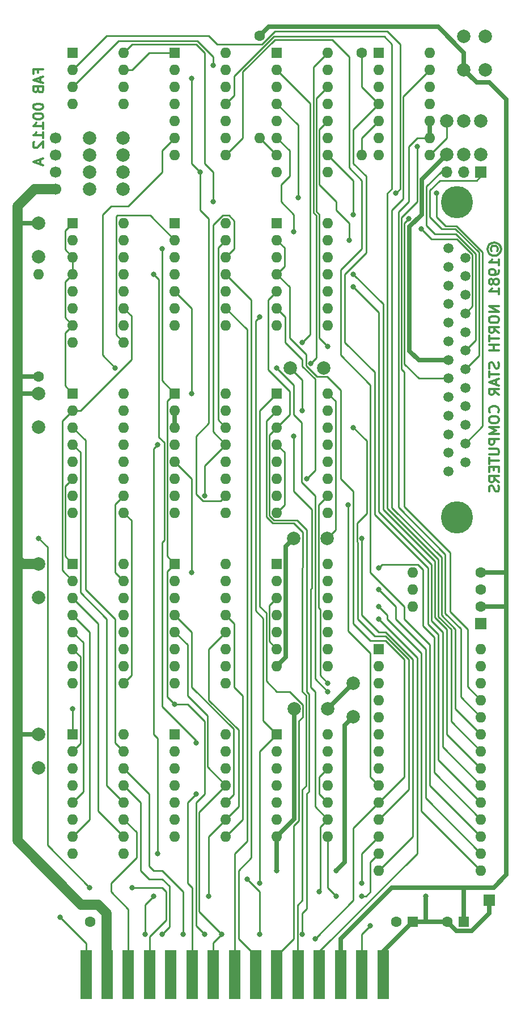
<source format=gbl>
%TF.GenerationSoftware,KiCad,Pcbnew,(6.0.0)*%
%TF.CreationDate,2022-03-13T20:59:25-04:00*%
%TF.ProjectId,Northstar SIO,4e6f7274-6873-4746-9172-2053494f2e6b,rev?*%
%TF.SameCoordinates,Original*%
%TF.FileFunction,Copper,L2,Bot*%
%TF.FilePolarity,Positive*%
%FSLAX46Y46*%
G04 Gerber Fmt 4.6, Leading zero omitted, Abs format (unit mm)*
G04 Created by KiCad (PCBNEW (6.0.0)) date 2022-03-13 20:59:25*
%MOMM*%
%LPD*%
G01*
G04 APERTURE LIST*
%ADD10C,0.300000*%
%TA.AperFunction,NonConductor*%
%ADD11C,0.300000*%
%TD*%
%TA.AperFunction,ComponentPad*%
%ADD12C,1.600000*%
%TD*%
%TA.AperFunction,ComponentPad*%
%ADD13O,1.600000X1.600000*%
%TD*%
%TA.AperFunction,ComponentPad*%
%ADD14R,1.600000X1.600000*%
%TD*%
%TA.AperFunction,ComponentPad*%
%ADD15C,2.000000*%
%TD*%
%TA.AperFunction,ComponentPad*%
%ADD16C,1.500000*%
%TD*%
%TA.AperFunction,ComponentPad*%
%ADD17C,4.800000*%
%TD*%
%TA.AperFunction,ComponentPad*%
%ADD18C,1.700000*%
%TD*%
%TA.AperFunction,SMDPad,CuDef*%
%ADD19R,1.700000X7.400000*%
%TD*%
%TA.AperFunction,ComponentPad*%
%ADD20R,1.700000X1.700000*%
%TD*%
%TA.AperFunction,ComponentPad*%
%ADD21O,1.700000X1.700000*%
%TD*%
%TA.AperFunction,ViaPad*%
%ADD22C,0.800000*%
%TD*%
%TA.AperFunction,Conductor*%
%ADD23C,0.250000*%
%TD*%
%TA.AperFunction,Conductor*%
%ADD24C,0.700000*%
%TD*%
%TA.AperFunction,Conductor*%
%ADD25C,1.500000*%
%TD*%
G04 APERTURE END LIST*
D10*
D11*
X150157714Y-63232285D02*
X150086285Y-63089428D01*
X150086285Y-62803714D01*
X150157714Y-62660857D01*
X150300571Y-62518000D01*
X150443428Y-62446571D01*
X150729142Y-62446571D01*
X150872000Y-62518000D01*
X151014857Y-62660857D01*
X151086285Y-62803714D01*
X151086285Y-63089428D01*
X151014857Y-63232285D01*
X149586285Y-62946571D02*
X149657714Y-62589428D01*
X149872000Y-62232285D01*
X150229142Y-62018000D01*
X150586285Y-61946571D01*
X150943428Y-62018000D01*
X151300571Y-62232285D01*
X151514857Y-62589428D01*
X151586285Y-62946571D01*
X151514857Y-63303714D01*
X151300571Y-63660857D01*
X150943428Y-63875142D01*
X150586285Y-63946571D01*
X150229142Y-63875142D01*
X149872000Y-63660857D01*
X149657714Y-63303714D01*
X149586285Y-62946571D01*
X151300571Y-65375142D02*
X151300571Y-64518000D01*
X151300571Y-64946571D02*
X149800571Y-64946571D01*
X150014857Y-64803714D01*
X150157714Y-64660857D01*
X150229142Y-64518000D01*
X151300571Y-66089428D02*
X151300571Y-66375142D01*
X151229142Y-66518000D01*
X151157714Y-66589428D01*
X150943428Y-66732285D01*
X150657714Y-66803714D01*
X150086285Y-66803714D01*
X149943428Y-66732285D01*
X149872000Y-66660857D01*
X149800571Y-66518000D01*
X149800571Y-66232285D01*
X149872000Y-66089428D01*
X149943428Y-66018000D01*
X150086285Y-65946571D01*
X150443428Y-65946571D01*
X150586285Y-66018000D01*
X150657714Y-66089428D01*
X150729142Y-66232285D01*
X150729142Y-66518000D01*
X150657714Y-66660857D01*
X150586285Y-66732285D01*
X150443428Y-66803714D01*
X150443428Y-67660857D02*
X150372000Y-67518000D01*
X150300571Y-67446571D01*
X150157714Y-67375142D01*
X150086285Y-67375142D01*
X149943428Y-67446571D01*
X149872000Y-67518000D01*
X149800571Y-67660857D01*
X149800571Y-67946571D01*
X149872000Y-68089428D01*
X149943428Y-68160857D01*
X150086285Y-68232285D01*
X150157714Y-68232285D01*
X150300571Y-68160857D01*
X150372000Y-68089428D01*
X150443428Y-67946571D01*
X150443428Y-67660857D01*
X150514857Y-67518000D01*
X150586285Y-67446571D01*
X150729142Y-67375142D01*
X151014857Y-67375142D01*
X151157714Y-67446571D01*
X151229142Y-67518000D01*
X151300571Y-67660857D01*
X151300571Y-67946571D01*
X151229142Y-68089428D01*
X151157714Y-68160857D01*
X151014857Y-68232285D01*
X150729142Y-68232285D01*
X150586285Y-68160857D01*
X150514857Y-68089428D01*
X150443428Y-67946571D01*
X151300571Y-69660857D02*
X151300571Y-68803714D01*
X151300571Y-69232285D02*
X149800571Y-69232285D01*
X150014857Y-69089428D01*
X150157714Y-68946571D01*
X150229142Y-68803714D01*
X151300571Y-71446571D02*
X149800571Y-71446571D01*
X151300571Y-72303714D01*
X149800571Y-72303714D01*
X149800571Y-73303714D02*
X149800571Y-73589428D01*
X149872000Y-73732285D01*
X150014857Y-73875142D01*
X150300571Y-73946571D01*
X150800571Y-73946571D01*
X151086285Y-73875142D01*
X151229142Y-73732285D01*
X151300571Y-73589428D01*
X151300571Y-73303714D01*
X151229142Y-73160857D01*
X151086285Y-73018000D01*
X150800571Y-72946571D01*
X150300571Y-72946571D01*
X150014857Y-73018000D01*
X149872000Y-73160857D01*
X149800571Y-73303714D01*
X151300571Y-75446571D02*
X150586285Y-74946571D01*
X151300571Y-74589428D02*
X149800571Y-74589428D01*
X149800571Y-75160857D01*
X149872000Y-75303714D01*
X149943428Y-75375142D01*
X150086285Y-75446571D01*
X150300571Y-75446571D01*
X150443428Y-75375142D01*
X150514857Y-75303714D01*
X150586285Y-75160857D01*
X150586285Y-74589428D01*
X149800571Y-75875142D02*
X149800571Y-76732285D01*
X151300571Y-76303714D02*
X149800571Y-76303714D01*
X151300571Y-77232285D02*
X149800571Y-77232285D01*
X150514857Y-77232285D02*
X150514857Y-78089428D01*
X151300571Y-78089428D02*
X149800571Y-78089428D01*
X151229142Y-79875142D02*
X151300571Y-80089428D01*
X151300571Y-80446571D01*
X151229142Y-80589428D01*
X151157714Y-80660857D01*
X151014857Y-80732285D01*
X150872000Y-80732285D01*
X150729142Y-80660857D01*
X150657714Y-80589428D01*
X150586285Y-80446571D01*
X150514857Y-80160857D01*
X150443428Y-80018000D01*
X150372000Y-79946571D01*
X150229142Y-79875142D01*
X150086285Y-79875142D01*
X149943428Y-79946571D01*
X149872000Y-80018000D01*
X149800571Y-80160857D01*
X149800571Y-80518000D01*
X149872000Y-80732285D01*
X149800571Y-81160857D02*
X149800571Y-82018000D01*
X151300571Y-81589428D02*
X149800571Y-81589428D01*
X150872000Y-82446571D02*
X150872000Y-83160857D01*
X151300571Y-82303714D02*
X149800571Y-82803714D01*
X151300571Y-83303714D01*
X151300571Y-84660857D02*
X150586285Y-84160857D01*
X151300571Y-83803714D02*
X149800571Y-83803714D01*
X149800571Y-84375142D01*
X149872000Y-84518000D01*
X149943428Y-84589428D01*
X150086285Y-84660857D01*
X150300571Y-84660857D01*
X150443428Y-84589428D01*
X150514857Y-84518000D01*
X150586285Y-84375142D01*
X150586285Y-83803714D01*
X151157714Y-87303714D02*
X151229142Y-87232285D01*
X151300571Y-87018000D01*
X151300571Y-86875142D01*
X151229142Y-86660857D01*
X151086285Y-86518000D01*
X150943428Y-86446571D01*
X150657714Y-86375142D01*
X150443428Y-86375142D01*
X150157714Y-86446571D01*
X150014857Y-86518000D01*
X149872000Y-86660857D01*
X149800571Y-86875142D01*
X149800571Y-87018000D01*
X149872000Y-87232285D01*
X149943428Y-87303714D01*
X149800571Y-88232285D02*
X149800571Y-88518000D01*
X149872000Y-88660857D01*
X150014857Y-88803714D01*
X150300571Y-88875142D01*
X150800571Y-88875142D01*
X151086285Y-88803714D01*
X151229142Y-88660857D01*
X151300571Y-88518000D01*
X151300571Y-88232285D01*
X151229142Y-88089428D01*
X151086285Y-87946571D01*
X150800571Y-87875142D01*
X150300571Y-87875142D01*
X150014857Y-87946571D01*
X149872000Y-88089428D01*
X149800571Y-88232285D01*
X151300571Y-89518000D02*
X149800571Y-89518000D01*
X150872000Y-90018000D01*
X149800571Y-90518000D01*
X151300571Y-90518000D01*
X151300571Y-91232285D02*
X149800571Y-91232285D01*
X149800571Y-91803714D01*
X149872000Y-91946571D01*
X149943428Y-92018000D01*
X150086285Y-92089428D01*
X150300571Y-92089428D01*
X150443428Y-92018000D01*
X150514857Y-91946571D01*
X150586285Y-91803714D01*
X150586285Y-91232285D01*
X149800571Y-92732285D02*
X151014857Y-92732285D01*
X151157714Y-92803714D01*
X151229142Y-92875142D01*
X151300571Y-93018000D01*
X151300571Y-93303714D01*
X151229142Y-93446571D01*
X151157714Y-93518000D01*
X151014857Y-93589428D01*
X149800571Y-93589428D01*
X149800571Y-94089428D02*
X149800571Y-94946571D01*
X151300571Y-94518000D02*
X149800571Y-94518000D01*
X150514857Y-95446571D02*
X150514857Y-95946571D01*
X151300571Y-96160857D02*
X151300571Y-95446571D01*
X149800571Y-95446571D01*
X149800571Y-96160857D01*
X151300571Y-97660857D02*
X150586285Y-97160857D01*
X151300571Y-96803714D02*
X149800571Y-96803714D01*
X149800571Y-97375142D01*
X149872000Y-97518000D01*
X149943428Y-97589428D01*
X150086285Y-97660857D01*
X150300571Y-97660857D01*
X150443428Y-97589428D01*
X150514857Y-97518000D01*
X150586285Y-97375142D01*
X150586285Y-96803714D01*
X151229142Y-98232285D02*
X151300571Y-98446571D01*
X151300571Y-98803714D01*
X151229142Y-98946571D01*
X151157714Y-99018000D01*
X151014857Y-99089428D01*
X150872000Y-99089428D01*
X150729142Y-99018000D01*
X150657714Y-98946571D01*
X150586285Y-98803714D01*
X150514857Y-98518000D01*
X150443428Y-98375142D01*
X150372000Y-98303714D01*
X150229142Y-98232285D01*
X150086285Y-98232285D01*
X149943428Y-98303714D01*
X149872000Y-98375142D01*
X149800571Y-98518000D01*
X149800571Y-98875142D01*
X149872000Y-99089428D01*
D10*
D11*
X82442857Y-36644285D02*
X82442857Y-36144285D01*
X83228571Y-36144285D02*
X81728571Y-36144285D01*
X81728571Y-36858571D01*
X82800000Y-37358571D02*
X82800000Y-38072857D01*
X83228571Y-37215714D02*
X81728571Y-37715714D01*
X83228571Y-38215714D01*
X82442857Y-39215714D02*
X82514285Y-39430000D01*
X82585714Y-39501428D01*
X82728571Y-39572857D01*
X82942857Y-39572857D01*
X83085714Y-39501428D01*
X83157142Y-39430000D01*
X83228571Y-39287142D01*
X83228571Y-38715714D01*
X81728571Y-38715714D01*
X81728571Y-39215714D01*
X81800000Y-39358571D01*
X81871428Y-39430000D01*
X82014285Y-39501428D01*
X82157142Y-39501428D01*
X82300000Y-39430000D01*
X82371428Y-39358571D01*
X82442857Y-39215714D01*
X82442857Y-38715714D01*
X81728571Y-41644285D02*
X81728571Y-41787142D01*
X81800000Y-41930000D01*
X81871428Y-42001428D01*
X82014285Y-42072857D01*
X82300000Y-42144285D01*
X82657142Y-42144285D01*
X82942857Y-42072857D01*
X83085714Y-42001428D01*
X83157142Y-41930000D01*
X83228571Y-41787142D01*
X83228571Y-41644285D01*
X83157142Y-41501428D01*
X83085714Y-41430000D01*
X82942857Y-41358571D01*
X82657142Y-41287142D01*
X82300000Y-41287142D01*
X82014285Y-41358571D01*
X81871428Y-41430000D01*
X81800000Y-41501428D01*
X81728571Y-41644285D01*
X81728571Y-43072857D02*
X81728571Y-43215714D01*
X81800000Y-43358571D01*
X81871428Y-43430000D01*
X82014285Y-43501428D01*
X82300000Y-43572857D01*
X82657142Y-43572857D01*
X82942857Y-43501428D01*
X83085714Y-43430000D01*
X83157142Y-43358571D01*
X83228571Y-43215714D01*
X83228571Y-43072857D01*
X83157142Y-42930000D01*
X83085714Y-42858571D01*
X82942857Y-42787142D01*
X82657142Y-42715714D01*
X82300000Y-42715714D01*
X82014285Y-42787142D01*
X81871428Y-42858571D01*
X81800000Y-42930000D01*
X81728571Y-43072857D01*
X83228571Y-45001428D02*
X83228571Y-44144285D01*
X83228571Y-44572857D02*
X81728571Y-44572857D01*
X81942857Y-44430000D01*
X82085714Y-44287142D01*
X82157142Y-44144285D01*
X83228571Y-46430000D02*
X83228571Y-45572857D01*
X83228571Y-46001428D02*
X81728571Y-46001428D01*
X81942857Y-45858571D01*
X82085714Y-45715714D01*
X82157142Y-45572857D01*
X81871428Y-47001428D02*
X81800000Y-47072857D01*
X81728571Y-47215714D01*
X81728571Y-47572857D01*
X81800000Y-47715714D01*
X81871428Y-47787142D01*
X82014285Y-47858571D01*
X82157142Y-47858571D01*
X82371428Y-47787142D01*
X83228571Y-46930000D01*
X83228571Y-47858571D01*
X82800000Y-49572857D02*
X82800000Y-50287142D01*
X83228571Y-49430000D02*
X81728571Y-49930000D01*
X83228571Y-50430000D01*
D12*
%TO.P,R1,1*%
%TO.N,+5V*%
X82550000Y-81915000D03*
D13*
%TO.P,R1,2*%
%TO.N,/PUP*%
X82550000Y-66675000D03*
%TD*%
D14*
%TO.P,U2B1,1*%
%TO.N,Net-(U1B1-Pad15)*%
X102870000Y-59055000D03*
D13*
%TO.P,U2B1,2*%
%TO.N,Net-(U1B1-Pad9)*%
X102870000Y-61595000D03*
%TO.P,U2B1,3*%
%TO.N,Net-(U1B1-Pad13)*%
X102870000Y-64135000D03*
%TO.P,U2B1,4*%
%TO.N,Net-(U2B1-Pad4)*%
X102870000Y-66675000D03*
%TO.P,U2B1,5*%
%TO.N,Net-(U2B1-Pad5)*%
X102870000Y-69215000D03*
%TO.P,U2B1,6*%
%TO.N,Net-(U2B1-Pad6)*%
X102870000Y-71755000D03*
%TO.P,U2B1,7,GND*%
%TO.N,GND*%
X102870000Y-74295000D03*
%TO.P,U2B1,8*%
%TO.N,Net-(U1B1-Pad2)*%
X110490000Y-74295000D03*
%TO.P,U2B1,9*%
%TO.N,/IO 8MHz*%
X110490000Y-71755000D03*
%TO.P,U2B1,10*%
%TO.N,Net-(U2B1-Pad10)*%
X110490000Y-69215000D03*
%TO.P,U2B1,11*%
%TO.N,/{slash}BRD*%
X110490000Y-66675000D03*
%TO.P,U2B1,12*%
%TO.N,Net-(U1C1-Pad9)*%
X110490000Y-64135000D03*
%TO.P,U2B1,13*%
%TO.N,Net-(U1C1-Pad15)*%
X110490000Y-61595000D03*
%TO.P,U2B1,14,VCC*%
%TO.N,+5V*%
X110490000Y-59055000D03*
%TD*%
D15*
%TO.P,C16,1*%
%TO.N,+5V*%
X82550000Y-135255000D03*
%TO.P,C16,2*%
%TO.N,GND*%
X82550000Y-140255000D03*
%TD*%
%TO.P,C15,1*%
%TO.N,+5V*%
X125095000Y-80645000D03*
%TO.P,C15,2*%
%TO.N,GND*%
X120095000Y-80645000D03*
%TD*%
%TO.P,C13,1*%
%TO.N,GND*%
X90170000Y-51435000D03*
%TO.P,C13,2*%
%TO.N,/RCB*%
X95170000Y-51435000D03*
%TD*%
D14*
%TO.P,U3D1,1*%
%TO.N,Net-(U3D1-Pad1)*%
X118110000Y-109855000D03*
D13*
%TO.P,U3D1,2*%
%TO.N,/INT 2*%
X118110000Y-112395000D03*
%TO.P,U3D1,3*%
%TO.N,/{slash}IO INT*%
X118110000Y-114935000D03*
%TO.P,U3D1,4*%
%TO.N,Net-(U3D1-Pad4)*%
X118110000Y-117475000D03*
%TO.P,U3D1,5*%
%TO.N,/INT 3*%
X118110000Y-120015000D03*
%TO.P,U3D1,6*%
%TO.N,/{slash}IO INT*%
X118110000Y-122555000D03*
%TO.P,U3D1,7,GND*%
%TO.N,GND*%
X118110000Y-125095000D03*
%TO.P,U3D1,8*%
%TO.N,/{slash}IO INT*%
X125730000Y-125095000D03*
%TO.P,U3D1,9*%
%TO.N,/INT 1*%
X125730000Y-122555000D03*
%TO.P,U3D1,10*%
%TO.N,Net-(U3D1-Pad10)*%
X125730000Y-120015000D03*
%TO.P,U3D1,11*%
%TO.N,/{slash}IO INT*%
X125730000Y-117475000D03*
%TO.P,U3D1,12*%
%TO.N,Net-(U3D1-Pad12)*%
X125730000Y-114935000D03*
%TO.P,U3D1,13*%
%TO.N,/INT 0*%
X125730000Y-112395000D03*
%TO.P,U3D1,14,VCC*%
%TO.N,+5V*%
X125730000Y-109855000D03*
%TD*%
D15*
%TO.P,C11,1*%
%TO.N,GND*%
X90170000Y-46355000D03*
%TO.P,C11,2*%
%TO.N,/RCA*%
X95170000Y-46355000D03*
%TD*%
D14*
%TO.P,U2E1,1,OEa*%
%TO.N,Net-(U2E1-Pad1)*%
X102870000Y-135255000D03*
D13*
%TO.P,U2E1,2*%
%TO.N,/IO5*%
X102870000Y-137795000D03*
%TO.P,U2E1,3,A0*%
%TO.N,/U3*%
X102870000Y-140335000D03*
%TO.P,U2E1,4,A1*%
%TO.N,/U2*%
X102870000Y-142875000D03*
%TO.P,U2E1,5,A2*%
%TO.N,/U1*%
X102870000Y-145415000D03*
%TO.P,U2E1,6,A3*%
%TO.N,/U0*%
X102870000Y-147955000D03*
%TO.P,U2E1,7,GND*%
%TO.N,GND*%
X102870000Y-150495000D03*
%TO.P,U2E1,8,B3*%
%TO.N,/IO0*%
X110490000Y-150495000D03*
%TO.P,U2E1,9,B2*%
%TO.N,/IO1*%
X110490000Y-147955000D03*
%TO.P,U2E1,10,B1*%
%TO.N,/IO2*%
X110490000Y-145415000D03*
%TO.P,U2E1,11,B0*%
%TO.N,/IO3*%
X110490000Y-142875000D03*
%TO.P,U2E1,12*%
%TO.N,/IO4*%
X110490000Y-140335000D03*
%TO.P,U2E1,13*%
%TO.N,Net-(U2E1-Pad13)*%
X110490000Y-137795000D03*
%TO.P,U2E1,14*%
%TO.N,+5V*%
X110490000Y-135255000D03*
%TD*%
D14*
%TO.P,U2A1,1,IN_A*%
%TO.N,Net-(J1A1-Pad7)*%
X102870000Y-33655000D03*
D13*
%TO.P,U2A1,2,RESPONSE_COTROL_A*%
%TO.N,/RCA*%
X102870000Y-36195000D03*
%TO.P,U2A1,3,OUT_A*%
%TO.N,Net-(J1A1-Pad5)*%
X102870000Y-38735000D03*
%TO.P,U2A1,4,IN_B*%
%TO.N,Net-(J3A1-Pad11)*%
X102870000Y-41275000D03*
%TO.P,U2A1,5,RESPONSE_COTROL_B*%
%TO.N,/RCB*%
X102870000Y-43815000D03*
%TO.P,U2A1,6,OUT_B*%
%TO.N,Net-(U2A1-Pad6)*%
X102870000Y-46355000D03*
%TO.P,U2A1,7,GND*%
%TO.N,GND*%
X102870000Y-48895000D03*
%TO.P,U2A1,8,OUT_C*%
%TO.N,Net-(U2A1-Pad8)*%
X110490000Y-48895000D03*
%TO.P,U2A1,9,RESPONSE_COTROL_C*%
%TO.N,/RCC*%
X110490000Y-46355000D03*
%TO.P,U2A1,10,IN_C*%
%TO.N,Net-(J3A1-Pad13)*%
X110490000Y-43815000D03*
%TO.P,U2A1,11,OUT_D*%
%TO.N,Net-(U2A1-Pad11)*%
X110490000Y-41275000D03*
%TO.P,U2A1,12,RESPONSE_COTROL_D*%
%TO.N,/RCD*%
X110490000Y-38735000D03*
%TO.P,U2A1,13,IN_D*%
%TO.N,Net-(J3A1-Pad15)*%
X110490000Y-36195000D03*
%TO.P,U2A1,14,VCC*%
%TO.N,+5V*%
X110490000Y-33655000D03*
%TD*%
D16*
%TO.P,J1,1,1*%
%TO.N,/Protective Gnd*%
X143706000Y-62845000D03*
%TO.P,J1,2,2*%
%TO.N,TxD*%
X143706000Y-65615000D03*
%TO.P,J1,3,3*%
%TO.N,Net-(J1-Pad3)*%
X143706000Y-68385000D03*
%TO.P,J1,4,4*%
%TO.N,Net-(J1-Pad4)*%
X143706000Y-71155000D03*
%TO.P,J1,5,5*%
%TO.N,Net-(J1-Pad5)*%
X143706000Y-73925000D03*
%TO.P,J1,6,6*%
%TO.N,Net-(J1-Pad6)*%
X143706000Y-76695000D03*
%TO.P,J1,7,7*%
%TO.N,GND*%
X143706000Y-79465000D03*
%TO.P,J1,8,8*%
%TO.N,Net-(J1-Pad8)*%
X143706000Y-82235000D03*
%TO.P,J1,9,9*%
%TO.N,Net-(J1-Pad9)*%
X143706000Y-85005000D03*
%TO.P,J1,10,10*%
%TO.N,Net-(J1-Pad10)*%
X143706000Y-87775000D03*
%TO.P,J1,11,11*%
%TO.N,unconnected-(J1-Pad11)*%
X143706000Y-90545000D03*
%TO.P,J1,12,12*%
%TO.N,unconnected-(J1-Pad12)*%
X143706000Y-93315000D03*
%TO.P,J1,13,13*%
%TO.N,unconnected-(J1-Pad13)*%
X143706000Y-96085000D03*
%TO.P,J1,14,P14*%
%TO.N,unconnected-(J1-Pad14)*%
X146246000Y-64230000D03*
%TO.P,J1,15,P15*%
%TO.N,unconnected-(J1-Pad15)*%
X146246000Y-67000000D03*
%TO.P,J1,16,P16*%
%TO.N,unconnected-(J1-Pad16)*%
X146246000Y-69770000D03*
%TO.P,J1,17,P17*%
%TO.N,Net-(J1-Pad17)*%
X146246000Y-72540000D03*
%TO.P,J1,18,P18*%
%TO.N,unconnected-(J1-Pad18)*%
X146246000Y-75310000D03*
%TO.P,J1,19,P19*%
%TO.N,/C*%
X146246000Y-78080000D03*
%TO.P,J1,20,P20*%
%TO.N,Net-(J3A1-Pad4)*%
X146246000Y-80850000D03*
%TO.P,J1,21,P21*%
%TO.N,unconnected-(J1-Pad21)*%
X146246000Y-83620000D03*
%TO.P,J1,22,P22*%
%TO.N,unconnected-(J1-Pad22)*%
X146246000Y-86390000D03*
%TO.P,J1,23,P23*%
%TO.N,unconnected-(J1-Pad23)*%
X146246000Y-89160000D03*
%TO.P,J1,24,P24*%
%TO.N,Net-(J1-Pad24)*%
X146246000Y-91930000D03*
%TO.P,J1,25,P25*%
%TO.N,unconnected-(J1-Pad25)*%
X146246000Y-94700000D03*
D17*
%TO.P,J1,MH1*%
%TO.N,N/C*%
X144976000Y-55945000D03*
%TO.P,J1,MH2*%
X144976000Y-102985000D03*
%TD*%
D14*
%TO.P,U4A1,1,VCC-*%
%TO.N,-12V*%
X133350000Y-33655000D03*
D13*
%TO.P,U4A1,2,1A*%
%TO.N,Net-(J1A1-Pad3)*%
X133350000Y-36195000D03*
%TO.P,U4A1,3,1Y*%
%TO.N,Net-(J1A1-Pad1)*%
X133350000Y-38735000D03*
%TO.P,U4A1,4,2A*%
%TO.N,Net-(R5-Pad1)*%
X133350000Y-41275000D03*
%TO.P,U4A1,5,2B*%
%TO.N,Net-(R5-Pad2)*%
X133350000Y-43815000D03*
%TO.P,U4A1,6,2Y*%
%TO.N,Net-(C4-Pad1)*%
X133350000Y-46355000D03*
%TO.P,U4A1,7,GND*%
%TO.N,GND*%
X133350000Y-48895000D03*
%TO.P,U4A1,8,3Y*%
%TO.N,Net-(C5-Pad1)*%
X140970000Y-48895000D03*
%TO.P,U4A1,9,3A*%
%TO.N,Net-(U4A1-Pad10)*%
X140970000Y-46355000D03*
%TO.P,U4A1,10,3B*%
X140970000Y-43815000D03*
%TO.P,U4A1,11,4Y*%
%TO.N,Net-(C6-Pad1)*%
X140970000Y-41275000D03*
%TO.P,U4A1,12,4A*%
%TO.N,+5V*%
X140970000Y-38735000D03*
%TO.P,U4A1,13,4B*%
%TO.N,Net-(U4A1-Pad13)*%
X140970000Y-36195000D03*
%TO.P,U4A1,14,VCC_+*%
%TO.N,+12V*%
X140970000Y-33655000D03*
%TD*%
D15*
%TO.P,C8,1*%
%TO.N,+5V*%
X129540000Y-127635000D03*
%TO.P,C8,2*%
%TO.N,GND*%
X129540000Y-132635000D03*
%TD*%
%TO.P,C7,1*%
%TO.N,-12V*%
X149225000Y-36195000D03*
%TO.P,C7,2*%
%TO.N,GND*%
X149225000Y-31195000D03*
%TD*%
%TO.P,C10,1*%
%TO.N,+5V*%
X125650000Y-106045000D03*
%TO.P,C10,2*%
%TO.N,GND*%
X120650000Y-106045000D03*
%TD*%
D14*
%TO.P,C3,1*%
%TO.N,+5V*%
X92710000Y-163195000D03*
D12*
%TO.P,C3,2*%
%TO.N,GND*%
X90210000Y-163195000D03*
%TD*%
D15*
%TO.P,C19,1*%
%TO.N,+5V*%
X82550000Y-59055000D03*
%TO.P,C19,2*%
%TO.N,GND*%
X82550000Y-64055000D03*
%TD*%
D14*
%TO.P,U2D1,1,~{Mr}*%
%TO.N,/{slash}BIO RES*%
X102870000Y-109855000D03*
D13*
%TO.P,U2D1,2,Q0*%
%TO.N,/INT 2*%
X102870000Y-112395000D03*
%TO.P,U2D1,3,~{Q0}*%
%TO.N,unconnected-(U2D1-Pad3)*%
X102870000Y-114935000D03*
%TO.P,U2D1,4,D0*%
%TO.N,/IO2*%
X102870000Y-117475000D03*
%TO.P,U2D1,5,D1*%
%TO.N,/IO3*%
X102870000Y-120015000D03*
%TO.P,U2D1,6,~{Q1}*%
%TO.N,unconnected-(U2D1-Pad6)*%
X102870000Y-122555000D03*
%TO.P,U2D1,7,Q1*%
%TO.N,/INT 3*%
X102870000Y-125095000D03*
%TO.P,U2D1,8,GND*%
%TO.N,GND*%
X102870000Y-127635000D03*
%TO.P,U2D1,9,Cp*%
%TO.N,Net-(U2D1-Pad9)*%
X110490000Y-127635000D03*
%TO.P,U2D1,10,Q2*%
%TO.N,/INT 1*%
X110490000Y-125095000D03*
%TO.P,U2D1,11,~{Q2}*%
%TO.N,unconnected-(U2D1-Pad11)*%
X110490000Y-122555000D03*
%TO.P,U2D1,12,D2*%
%TO.N,/IO1*%
X110490000Y-120015000D03*
%TO.P,U2D1,13,D3*%
%TO.N,/IO0*%
X110490000Y-117475000D03*
%TO.P,U2D1,14,~{Q3}*%
%TO.N,unconnected-(U2D1-Pad14)*%
X110490000Y-114935000D03*
%TO.P,U2D1,15,Q3*%
%TO.N,/INT 0*%
X110490000Y-112395000D03*
%TO.P,U2D1,16,VCC*%
%TO.N,+5V*%
X110490000Y-109855000D03*
%TD*%
D15*
%TO.P,C5,1*%
%TO.N,Net-(C5-Pad1)*%
X143510000Y-43815000D03*
%TO.P,C5,2*%
%TO.N,GND*%
X143510000Y-48815000D03*
%TD*%
%TO.P,C6,1*%
%TO.N,Net-(C6-Pad1)*%
X146050000Y-43815000D03*
%TO.P,C6,2*%
%TO.N,GND*%
X146050000Y-48815000D03*
%TD*%
D18*
%TO.P,REF\u002A\u002A,1*%
%TO.N,+5V*%
X85090000Y-53975000D03*
%TD*%
D14*
%TO.P,C1,1*%
%TO.N,GND*%
X138430000Y-163195000D03*
D12*
%TO.P,C1,2*%
%TO.N,-12V*%
X135930000Y-163195000D03*
%TD*%
D15*
%TO.P,C4,1*%
%TO.N,Net-(C4-Pad1)*%
X148590000Y-43815000D03*
%TO.P,C4,2*%
%TO.N,GND*%
X148590000Y-48815000D03*
%TD*%
%TO.P,C20,1*%
%TO.N,+12V*%
X146050000Y-36195000D03*
%TO.P,C20,2*%
%TO.N,GND*%
X146050000Y-31195000D03*
%TD*%
D18*
%TO.P,REF\u002A\u002A,1*%
%TO.N,+5V*%
X85090000Y-48895000D03*
%TD*%
D12*
%TO.P,R3,1*%
%TO.N,-12V*%
X148590000Y-113665000D03*
D13*
%TO.P,R3,2*%
%TO.N,Net-(J1-Pad10)*%
X138430000Y-113665000D03*
%TD*%
D12*
%TO.P,R4,1*%
%TO.N,+12V*%
X148590000Y-111125000D03*
D13*
%TO.P,R4,2*%
%TO.N,/C*%
X138430000Y-111125000D03*
%TD*%
D14*
%TO.P,U1E1,1,~{Mr}*%
%TO.N,/{slash}BIO RES*%
X87630000Y-135255000D03*
D13*
%TO.P,U1E1,2,Q0*%
%TO.N,Net-(U1D1-Pad6)*%
X87630000Y-137795000D03*
%TO.P,U1E1,3,D0*%
%TO.N,/IO3*%
X87630000Y-140335000D03*
%TO.P,U1E1,4,D1*%
%TO.N,/IO2*%
X87630000Y-142875000D03*
%TO.P,U1E1,5,Q1*%
%TO.N,Net-(U1D1-Pad5)*%
X87630000Y-145415000D03*
%TO.P,U1E1,6,D2*%
%TO.N,/IO1*%
X87630000Y-147955000D03*
%TO.P,U1E1,7,Q2*%
%TO.N,Net-(U1D1-Pad4)*%
X87630000Y-150495000D03*
%TO.P,U1E1,8,GND*%
%TO.N,GND*%
X87630000Y-153035000D03*
%TO.P,U1E1,9,Cp*%
%TO.N,Net-(U1E1-Pad9)*%
X95250000Y-153035000D03*
%TO.P,U1E1,10,Q3*%
%TO.N,Net-(U1D1-Pad3)*%
X95250000Y-150495000D03*
%TO.P,U1E1,11,D3*%
%TO.N,/IO0*%
X95250000Y-147955000D03*
%TO.P,U1E1,12,Q4*%
%TO.N,Net-(U1C1-Pad4)*%
X95250000Y-145415000D03*
%TO.P,U1E1,13,D4*%
%TO.N,/IO5*%
X95250000Y-142875000D03*
%TO.P,U1E1,14,D5*%
%TO.N,/IO4*%
X95250000Y-140335000D03*
%TO.P,U1E1,15,Q5*%
%TO.N,Net-(U1C1-Pad3)*%
X95250000Y-137795000D03*
%TO.P,U1E1,16,VCC*%
%TO.N,+5V*%
X95250000Y-135255000D03*
%TD*%
D19*
%TO.P,J2,1,Pin_1*%
%TO.N,GND*%
X133964400Y-171135000D03*
%TO.P,J2,3,Pin_3*%
%TO.N,/IO3*%
X130795600Y-171135000D03*
%TO.P,J2,5,Pin_5*%
%TO.N,+12V*%
X127626700Y-171135000D03*
%TO.P,J2,7,Pin_7*%
%TO.N,/{slash}IO INT*%
X124457800Y-171135000D03*
%TO.P,J2,9,Pin_9*%
%TO.N,/IO A2*%
X121288900Y-171135000D03*
%TO.P,J2,11,Pin_11*%
%TO.N,/IO A1*%
X118120000Y-171135000D03*
%TO.P,J2,13,Pin_13*%
%TO.N,/{slash}BRD*%
X114951100Y-171135000D03*
%TO.P,J2,15,Pin_15*%
%TO.N,/IO 8MHz*%
X111782200Y-171135000D03*
%TO.P,J2,17,Pin_17*%
%TO.N,/IO3*%
X108613300Y-171135000D03*
%TO.P,J2,19,Pin_19*%
%TO.N,/IO2*%
X105444400Y-171135000D03*
%TO.P,J2,21,Pin_21*%
%TO.N,unconnected-(J2-Pad21)*%
X102275600Y-171135000D03*
%TO.P,J2,23,Pin_23*%
%TO.N,/IO6*%
X99106700Y-171135000D03*
%TO.P,J2,25,Pin_25*%
%TO.N,/IO0*%
X95937780Y-171135000D03*
%TO.P,J2,27,Pin_27*%
%TO.N,+5V*%
X92768890Y-171135000D03*
%TO.P,J2,29,Pin_29*%
%TO.N,/{slash}SELECT*%
X89600000Y-171135000D03*
%TD*%
D14*
%TO.P,U3C1,1,A0*%
%TO.N,/IO A1*%
X118110000Y-84455000D03*
D13*
%TO.P,U3C1,2,A1*%
%TO.N,/IO A2*%
X118110000Y-86995000D03*
%TO.P,U3C1,3,A2*%
%TO.N,/IO A3*%
X118110000Y-89535000D03*
%TO.P,U3C1,4,E1*%
%TO.N,GND*%
X118110000Y-92075000D03*
%TO.P,U3C1,5,E2*%
%TO.N,/{slash}SELECT*%
X118110000Y-94615000D03*
%TO.P,U3C1,6,E3*%
%TO.N,Net-(U3B1-Pad6)*%
X118110000Y-97155000D03*
%TO.P,U3C1,7,O7*%
%TO.N,unconnected-(U3C1-Pad7)*%
X118110000Y-99695000D03*
%TO.P,U3C1,8,GND*%
%TO.N,GND*%
X118110000Y-102235000D03*
%TO.P,U3C1,9,O6*%
%TO.N,unconnected-(U3C1-Pad9)*%
X125730000Y-102235000D03*
%TO.P,U3C1,10,O5*%
%TO.N,Net-(U2D1-Pad9)*%
X125730000Y-99695000D03*
%TO.P,U3C1,11,O4*%
%TO.N,Net-(U1E1-Pad9)*%
X125730000Y-97155000D03*
%TO.P,U3C1,12,O3*%
%TO.N,unconnected-(U3C1-Pad12)*%
X125730000Y-94615000D03*
%TO.P,U3C1,13,O2*%
%TO.N,unconnected-(U3C1-Pad13)*%
X125730000Y-92075000D03*
%TO.P,U3C1,14,O1*%
%TO.N,unconnected-(U3C1-Pad14)*%
X125730000Y-89535000D03*
%TO.P,U3C1,15,O0*%
%TO.N,Net-(U2B1-Pad5)*%
X125730000Y-86995000D03*
%TO.P,U3C1,16,VCC*%
%TO.N,+5V*%
X125730000Y-84455000D03*
%TD*%
D20*
%TO.P,P.GND,1*%
%TO.N,/Protective Gnd*%
X148590000Y-118745000D03*
%TD*%
D15*
%TO.P,C9,1*%
%TO.N,+5V*%
X125690000Y-131445000D03*
%TO.P,C9,2*%
%TO.N,GND*%
X120690000Y-131445000D03*
%TD*%
D18*
%TO.P,REF\u002A\u002A,1*%
%TO.N,+5V*%
X85090000Y-51435000D03*
%TD*%
D15*
%TO.P,C14,1*%
%TO.N,GND*%
X90170000Y-53975000D03*
%TO.P,C14,2*%
%TO.N,/RCC*%
X95170000Y-53975000D03*
%TD*%
D18*
%TO.P,REF\u002A\u002A,1*%
%TO.N,+5V*%
X85090000Y-46355000D03*
%TD*%
D12*
%TO.P,R5,1*%
%TO.N,Net-(R5-Pad1)*%
X130810000Y-33655000D03*
D13*
%TO.P,R5,2*%
%TO.N,Net-(R5-Pad2)*%
X130810000Y-48895000D03*
%TD*%
D12*
%TO.P,R2,1*%
%TO.N,+12V*%
X148590000Y-116205000D03*
D13*
%TO.P,R2,2*%
%TO.N,Net-(J1-Pad9)*%
X138430000Y-116205000D03*
%TD*%
D20*
%TO.P,W1,1,Pin_1*%
%TO.N,Net-(J3A1-Pad4)*%
X148590000Y-51435000D03*
D21*
%TO.P,W1,2,Pin_2*%
X146050000Y-51435000D03*
%TO.P,W1,3,Pin_3*%
%TO.N,/C*%
X143510000Y-51435000D03*
%TD*%
D14*
%TO.P,C2,1*%
%TO.N,+12V*%
X146050000Y-163195000D03*
D12*
%TO.P,C2,2*%
%TO.N,GND*%
X143550000Y-163195000D03*
%TD*%
D14*
%TO.P,U4E1,1,D2*%
%TO.N,/U2*%
X133350000Y-122555000D03*
D13*
%TO.P,U4E1,2,D3*%
%TO.N,/U3*%
X133350000Y-125095000D03*
%TO.P,U4E1,3,RXD*%
%TO.N,Net-(U2A1-Pad6)*%
X133350000Y-127635000D03*
%TO.P,U4E1,4,GND*%
%TO.N,GND*%
X133350000Y-130175000D03*
%TO.P,U4E1,5,D4*%
%TO.N,/U4*%
X133350000Y-132715000D03*
%TO.P,U4E1,6,D5*%
%TO.N,/U5*%
X133350000Y-135255000D03*
%TO.P,U4E1,7,D6*%
%TO.N,/U6*%
X133350000Y-137795000D03*
%TO.P,U4E1,8,D7*%
%TO.N,/U7*%
X133350000Y-140335000D03*
%TO.P,U4E1,9,~{TXC}*%
%TO.N,Net-(J1A1-Pad6)*%
X133350000Y-142875000D03*
%TO.P,U4E1,10,~{WR}*%
%TO.N,/{slash}BWR*%
X133350000Y-145415000D03*
%TO.P,U4E1,11,~{CS}*%
%TO.N,Net-(U2B1-Pad5)*%
X133350000Y-147955000D03*
%TO.P,U4E1,12,C/~{D}*%
%TO.N,/IO A0*%
X133350000Y-150495000D03*
%TO.P,U4E1,13,~{RD}*%
%TO.N,Net-(U2E1-Pad1)*%
X133350000Y-153035000D03*
%TO.P,U4E1,14,RXRDY*%
%TO.N,Net-(U3D1-Pad1)*%
X133350000Y-155575000D03*
%TO.P,U4E1,15,TXRDY*%
%TO.N,Net-(U3D1-Pad10)*%
X148590000Y-155575000D03*
%TO.P,U4E1,16,SYNDET*%
%TO.N,Net-(U3D1-Pad4)*%
X148590000Y-153035000D03*
%TO.P,U4E1,17,~{CTS}*%
%TO.N,Net-(U2A1-Pad8)*%
X148590000Y-150495000D03*
%TO.P,U4E1,18,TXE*%
%TO.N,Net-(U3D1-Pad12)*%
X148590000Y-147955000D03*
%TO.P,U4E1,19,TXD*%
%TO.N,Net-(R5-Pad1)*%
X148590000Y-145415000D03*
%TO.P,U4E1,20,CLK*%
%TO.N,Net-(U2B1-Pad4)*%
X148590000Y-142875000D03*
%TO.P,U4E1,21,RESET*%
%TO.N,Net-(U3B1-Pad11)*%
X148590000Y-140335000D03*
%TO.P,U4E1,22,~{DSR}*%
%TO.N,Net-(U2A1-Pad11)*%
X148590000Y-137795000D03*
%TO.P,U4E1,23,~{RTS}*%
%TO.N,Net-(U4A1-Pad13)*%
X148590000Y-135255000D03*
%TO.P,U4E1,24,~{DTR}*%
%TO.N,Net-(U4A1-Pad10)*%
X148590000Y-132715000D03*
%TO.P,U4E1,25,~{RXC}*%
%TO.N,RxClock*%
X148590000Y-130175000D03*
%TO.P,U4E1,26,VCC*%
%TO.N,+5V*%
X148590000Y-127635000D03*
%TO.P,U4E1,27,D0*%
%TO.N,/U0*%
X148590000Y-125095000D03*
%TO.P,U4E1,28,D1*%
%TO.N,/U1*%
X148590000Y-122555000D03*
%TD*%
D14*
%TO.P,U1C1,1,~{MR}*%
%TO.N,/PUP*%
X87630000Y-84455000D03*
D13*
%TO.P,U1C1,2,CP*%
%TO.N,/615KHz*%
X87630000Y-86995000D03*
%TO.P,U1C1,3,D0*%
%TO.N,Net-(U1C1-Pad3)*%
X87630000Y-89535000D03*
%TO.P,U1C1,4,D1*%
%TO.N,Net-(U1C1-Pad4)*%
X87630000Y-92075000D03*
%TO.P,U1C1,5,D2*%
%TO.N,Net-(U1C1-Pad5)*%
X87630000Y-94615000D03*
%TO.P,U1C1,6,D3*%
%TO.N,/PUP*%
X87630000Y-97155000D03*
%TO.P,U1C1,7,CEP*%
%TO.N,Net-(U1C1-Pad10)*%
X87630000Y-99695000D03*
%TO.P,U1C1,8,GND*%
%TO.N,GND*%
X87630000Y-102235000D03*
%TO.P,U1C1,9,~{PE}*%
%TO.N,Net-(U1C1-Pad9)*%
X95250000Y-102235000D03*
%TO.P,U1C1,10,CET*%
%TO.N,Net-(U1C1-Pad10)*%
X95250000Y-99695000D03*
%TO.P,U1C1,11,Q3*%
%TO.N,unconnected-(U1C1-Pad11)*%
X95250000Y-97155000D03*
%TO.P,U1C1,12,Q2*%
%TO.N,unconnected-(U1C1-Pad12)*%
X95250000Y-94615000D03*
%TO.P,U1C1,13,Q1*%
%TO.N,unconnected-(U1C1-Pad13)*%
X95250000Y-92075000D03*
%TO.P,U1C1,14,Q0*%
%TO.N,unconnected-(U1C1-Pad14)*%
X95250000Y-89535000D03*
%TO.P,U1C1,15,TC*%
%TO.N,Net-(U1C1-Pad15)*%
X95250000Y-86995000D03*
%TO.P,U1C1,16,VCC*%
%TO.N,+5V*%
X95250000Y-84455000D03*
%TD*%
D15*
%TO.P,C18,1*%
%TO.N,+5V*%
X82550000Y-84455000D03*
%TO.P,C18,2*%
%TO.N,GND*%
X82550000Y-89455000D03*
%TD*%
%TO.P,C17,1*%
%TO.N,+5V*%
X82550000Y-109855000D03*
%TO.P,C17,2*%
%TO.N,GND*%
X82550000Y-114855000D03*
%TD*%
D14*
%TO.P,U3E1,1,OEa*%
%TO.N,Net-(U2E1-Pad1)*%
X118110000Y-135255000D03*
D13*
%TO.P,U3E1,2*%
%TO.N,N/C*%
X118110000Y-137795000D03*
%TO.P,U3E1,3,A0*%
%TO.N,/U4*%
X118110000Y-140335000D03*
%TO.P,U3E1,4,A1*%
%TO.N,/U5*%
X118110000Y-142875000D03*
%TO.P,U3E1,5,A2*%
%TO.N,/U6*%
X118110000Y-145415000D03*
%TO.P,U3E1,6,A3*%
%TO.N,/U7*%
X118110000Y-147955000D03*
%TO.P,U3E1,7,GND*%
%TO.N,GND*%
X118110000Y-150495000D03*
%TO.P,U3E1,8,B3*%
%TO.N,/IO7*%
X125730000Y-150495000D03*
%TO.P,U3E1,9,B2*%
%TO.N,/IO6*%
X125730000Y-147955000D03*
%TO.P,U3E1,10,B1*%
%TO.N,/IO5*%
X125730000Y-145415000D03*
%TO.P,U3E1,11,B0*%
%TO.N,/IO4*%
X125730000Y-142875000D03*
%TO.P,U3E1,12*%
%TO.N,/IO5*%
X125730000Y-140335000D03*
%TO.P,U3E1,13*%
%TO.N,Net-(U2E1-Pad13)*%
X125730000Y-137795000D03*
%TO.P,U3E1,14*%
%TO.N,+5V*%
X125730000Y-135255000D03*
%TD*%
D20*
%TO.P,GND,1*%
%TO.N,GND*%
X149860000Y-160020000D03*
%TD*%
D14*
%TO.P,U3B1,1*%
%TO.N,/PUP*%
X118110000Y-59055000D03*
D13*
%TO.P,U3B1,2*%
%TO.N,/{slash}BWR*%
X118110000Y-61595000D03*
%TO.P,U3B1,3*%
%TO.N,Net-(U2E1-Pad13)*%
X118110000Y-64135000D03*
%TO.P,U3B1,4*%
%TO.N,/{slash}BWR*%
X118110000Y-66675000D03*
%TO.P,U3B1,5*%
%TO.N,/IO A3*%
X118110000Y-69215000D03*
%TO.P,U3B1,6*%
%TO.N,Net-(U3B1-Pad6)*%
X118110000Y-71755000D03*
%TO.P,U3B1,7,GND*%
%TO.N,GND*%
X118110000Y-74295000D03*
%TO.P,U3B1,8*%
%TO.N,Net-(U2E1-Pad1)*%
X125730000Y-74295000D03*
%TO.P,U3B1,9*%
%TO.N,Net-(U2B1-Pad6)*%
X125730000Y-71755000D03*
%TO.P,U3B1,10*%
%TO.N,Net-(U2B1-Pad10)*%
X125730000Y-69215000D03*
%TO.P,U3B1,11*%
%TO.N,Net-(U3B1-Pad11)*%
X125730000Y-66675000D03*
%TO.P,U3B1,12*%
%TO.N,/{slash}BIO RES*%
X125730000Y-64135000D03*
%TO.P,U3B1,13*%
%TO.N,/PUP*%
X125730000Y-61595000D03*
%TO.P,U3B1,14,VCC*%
%TO.N,+5V*%
X125730000Y-59055000D03*
%TD*%
D14*
%TO.P,J1A1,1,Pin_1*%
%TO.N,Net-(J1A1-Pad1)*%
X87630000Y-33655000D03*
D13*
%TO.P,J1A1,2,Pin_2*%
%TO.N,Net-(J1-Pad24)*%
X87630000Y-36195000D03*
%TO.P,J1A1,3,Pin_3*%
%TO.N,Net-(J1A1-Pad3)*%
X87630000Y-38735000D03*
%TO.P,J1A1,4,Pin_4*%
%TO.N,RxClock*%
X87630000Y-41275000D03*
%TO.P,J1A1,5,Pin_5*%
%TO.N,Net-(J1A1-Pad5)*%
X95250000Y-41275000D03*
%TO.P,J1A1,6,Pin_6*%
%TO.N,Net-(J1A1-Pad6)*%
X95250000Y-38735000D03*
%TO.P,J1A1,7,Pin_7*%
%TO.N,Net-(J1A1-Pad7)*%
X95250000Y-36195000D03*
%TO.P,J1A1,8,Pin_8*%
%TO.N,Net-(J1-Pad17)*%
X95250000Y-33655000D03*
%TD*%
D14*
%TO.P,J3A1,1,Pin_1*%
%TO.N,Net-(C6-Pad1)*%
X118110000Y-33655000D03*
D13*
%TO.P,J3A1,2,Pin_2*%
%TO.N,Net-(J1-Pad4)*%
X118110000Y-36195000D03*
%TO.P,J3A1,3,Pin_3*%
%TO.N,Net-(C5-Pad1)*%
X118110000Y-38735000D03*
%TO.P,J3A1,4,Pin_4*%
%TO.N,Net-(J3A1-Pad4)*%
X118110000Y-41275000D03*
%TO.P,J3A1,5,Pin_5*%
%TO.N,Net-(C4-Pad1)*%
X118110000Y-43815000D03*
%TO.P,J3A1,6,Pin_6*%
%TO.N,TxD*%
X118110000Y-46355000D03*
%TO.P,J3A1,7,Pin_7*%
%TO.N,Net-(J1-Pad2)*%
X118110000Y-48895000D03*
%TO.P,J3A1,8,Pin_8*%
%TO.N,RxClock*%
X118110000Y-51435000D03*
%TO.P,J3A1,9,Pin_9*%
%TO.N,Net-(J1A1-Pad6)*%
X125730000Y-51435000D03*
%TO.P,J3A1,10,Pin_10*%
%TO.N,Net-(J1-Pad8)*%
X125730000Y-48895000D03*
%TO.P,J3A1,11,Pin_11*%
%TO.N,Net-(J3A1-Pad11)*%
X125730000Y-46355000D03*
%TO.P,J3A1,12,Pin_12*%
%TO.N,Net-(J1-Pad3)*%
X125730000Y-43815000D03*
%TO.P,J3A1,13,Pin_13*%
%TO.N,Net-(J3A1-Pad13)*%
X125730000Y-41275000D03*
%TO.P,J3A1,14,Pin_14*%
%TO.N,Net-(J1-Pad5)*%
X125730000Y-38735000D03*
%TO.P,J3A1,15,Pin_15*%
%TO.N,Net-(J3A1-Pad15)*%
X125730000Y-36195000D03*
%TO.P,J3A1,16,Pin_16*%
%TO.N,Net-(J1-Pad6)*%
X125730000Y-33655000D03*
%TD*%
D12*
%TO.P,R6,1*%
%TO.N,+12V*%
X115570000Y-31115000D03*
D13*
%TO.P,R6,2*%
%TO.N,Net-(J1-Pad2)*%
X115570000Y-46355000D03*
%TD*%
D15*
%TO.P,C12,1*%
%TO.N,GND*%
X90170000Y-48895000D03*
%TO.P,C12,2*%
%TO.N,/RCD*%
X95170000Y-48895000D03*
%TD*%
D14*
%TO.P,U2C1,1,~{R}*%
%TO.N,/{slash}BIO RES*%
X102870000Y-84455000D03*
D13*
%TO.P,U2C1,2,J*%
%TO.N,/IO6*%
X102870000Y-86995000D03*
%TO.P,U2C1,3,~{K}*%
X102870000Y-89535000D03*
%TO.P,U2C1,4,C*%
%TO.N,Net-(U1E1-Pad9)*%
X102870000Y-92075000D03*
%TO.P,U2C1,5,~{S}*%
%TO.N,/PUP*%
X102870000Y-94615000D03*
%TO.P,U2C1,6,Q*%
%TO.N,Net-(U1C1-Pad5)*%
X102870000Y-97155000D03*
%TO.P,U2C1,7,~{Q}*%
%TO.N,unconnected-(U2C1-Pad7)*%
X102870000Y-99695000D03*
%TO.P,U2C1,8,GND*%
%TO.N,GND*%
X102870000Y-102235000D03*
%TO.P,U2C1,9,~{Q}*%
%TO.N,unconnected-(U2C1-Pad9)*%
X110490000Y-102235000D03*
%TO.P,U2C1,10,Q*%
%TO.N,Net-(J1A1-Pad6)*%
X110490000Y-99695000D03*
%TO.P,U2C1,11,~{S}*%
%TO.N,/PUP*%
X110490000Y-97155000D03*
%TO.P,U2C1,12,C*%
%TO.N,/615KHz*%
X110490000Y-94615000D03*
%TO.P,U2C1,13,~{K}*%
%TO.N,Net-(U1C1-Pad9)*%
X110490000Y-92075000D03*
%TO.P,U2C1,14,J*%
%TO.N,Net-(U1C1-Pad15)*%
X110490000Y-89535000D03*
%TO.P,U2C1,15,~{R}*%
%TO.N,/PUP*%
X110490000Y-86995000D03*
%TO.P,U2C1,16,VCC*%
%TO.N,+5V*%
X110490000Y-84455000D03*
%TD*%
D14*
%TO.P,U1B1,1,~{MR}*%
%TO.N,/PUP*%
X87630000Y-59055000D03*
D13*
%TO.P,U1B1,2,CP*%
%TO.N,Net-(U1B1-Pad2)*%
X87630000Y-61595000D03*
%TO.P,U1B1,3,D0*%
%TO.N,/PUP*%
X87630000Y-64135000D03*
%TO.P,U1B1,4,D1*%
X87630000Y-66675000D03*
%TO.P,U1B1,5,D2*%
%TO.N,GND*%
X87630000Y-69215000D03*
%TO.P,U1B1,6,D3*%
X87630000Y-71755000D03*
%TO.P,U1B1,7,CEP*%
%TO.N,/PUP*%
X87630000Y-74295000D03*
%TO.P,U1B1,8,GND*%
%TO.N,GND*%
X87630000Y-76835000D03*
%TO.P,U1B1,9,~{PE}*%
%TO.N,Net-(U1B1-Pad9)*%
X95250000Y-76835000D03*
%TO.P,U1B1,10,CET*%
%TO.N,/PUP*%
X95250000Y-74295000D03*
%TO.P,U1B1,11,Q3*%
%TO.N,/615KHz*%
X95250000Y-71755000D03*
%TO.P,U1B1,12,Q2*%
%TO.N,unconnected-(U1B1-Pad12)*%
X95250000Y-69215000D03*
%TO.P,U1B1,13,Q1*%
%TO.N,Net-(U1B1-Pad13)*%
X95250000Y-66675000D03*
%TO.P,U1B1,14,Q0*%
%TO.N,unconnected-(U1B1-Pad14)*%
X95250000Y-64135000D03*
%TO.P,U1B1,15,TC*%
%TO.N,Net-(U1B1-Pad15)*%
X95250000Y-61595000D03*
%TO.P,U1B1,16,VCC*%
%TO.N,+5V*%
X95250000Y-59055000D03*
%TD*%
D14*
%TO.P,U1D1,1,~{MR}*%
%TO.N,/PUP*%
X87630000Y-109855000D03*
D13*
%TO.P,U1D1,2,CP*%
%TO.N,/615KHz*%
X87630000Y-112395000D03*
%TO.P,U1D1,3,D0*%
%TO.N,Net-(U1D1-Pad3)*%
X87630000Y-114935000D03*
%TO.P,U1D1,4,D1*%
%TO.N,Net-(U1D1-Pad4)*%
X87630000Y-117475000D03*
%TO.P,U1D1,5,D2*%
%TO.N,Net-(U1D1-Pad5)*%
X87630000Y-120015000D03*
%TO.P,U1D1,6,D3*%
%TO.N,Net-(U1D1-Pad6)*%
X87630000Y-122555000D03*
%TO.P,U1D1,7,CEP*%
%TO.N,/PUP*%
X87630000Y-125095000D03*
%TO.P,U1D1,8,GND*%
%TO.N,GND*%
X87630000Y-127635000D03*
%TO.P,U1D1,9,~{PE}*%
%TO.N,Net-(U1C1-Pad9)*%
X95250000Y-127635000D03*
%TO.P,U1D1,10,CET*%
%TO.N,/PUP*%
X95250000Y-125095000D03*
%TO.P,U1D1,11,Q3*%
%TO.N,unconnected-(U1D1-Pad11)*%
X95250000Y-122555000D03*
%TO.P,U1D1,12,Q2*%
%TO.N,unconnected-(U1D1-Pad12)*%
X95250000Y-120015000D03*
%TO.P,U1D1,13,Q1*%
%TO.N,unconnected-(U1D1-Pad13)*%
X95250000Y-117475000D03*
%TO.P,U1D1,14,Q0*%
%TO.N,unconnected-(U1D1-Pad14)*%
X95250000Y-114935000D03*
%TO.P,U1D1,15,TC*%
%TO.N,Net-(U1C1-Pad10)*%
X95250000Y-112395000D03*
%TO.P,U1D1,16,VCC*%
%TO.N,+5V*%
X95250000Y-109855000D03*
%TD*%
D22*
%TO.N,Net-(J1-Pad3)*%
X128905000Y-61595000D03*
%TO.N,Net-(J1-Pad4)*%
X121920000Y-76835000D03*
%TO.N,Net-(J1-Pad5)*%
X125730000Y-77470000D03*
%TO.N,Net-(J1-Pad6)*%
X123190000Y-80010000D03*
%TO.N,GND*%
X140335000Y-159385000D03*
X121920000Y-86995000D03*
X127000000Y-155575000D03*
X118110000Y-155575000D03*
%TO.N,Net-(J1-Pad8)*%
X129540000Y-57785000D03*
X137795000Y-58420000D03*
%TO.N,Net-(J1-Pad17)*%
X139700000Y-59944000D03*
X108585000Y-55880000D03*
%TO.N,Net-(J1-Pad24)*%
X135890000Y-54610000D03*
X141986000Y-54610000D03*
%TO.N,Net-(J1A1-Pad6)*%
X106680000Y-51435000D03*
X128759511Y-101110489D03*
X105410000Y-37465000D03*
%TO.N,Net-(J1A1-Pad3)*%
X108585000Y-35560000D03*
%TO.N,/IO3*%
X132080000Y-163830000D03*
X109855000Y-165100000D03*
%TO.N,/{slash}IO INT*%
X133350000Y-118110000D03*
%TO.N,/IO A3*%
X121920000Y-165100000D03*
%TO.N,/IO A0*%
X115570000Y-165100000D03*
X113665000Y-156845000D03*
X130810000Y-157480000D03*
%TO.N,/{slash}BWR*%
X123825000Y-165735000D03*
%TO.N,/{slash}BIO RES*%
X102870000Y-130810000D03*
X87630000Y-131445000D03*
X107315000Y-165100000D03*
X100965000Y-62865000D03*
%TO.N,/IO2*%
X106045000Y-144145000D03*
%TO.N,/IO4*%
X104140000Y-165100000D03*
%TO.N,/IO5*%
X100965000Y-165100000D03*
%TO.N,/IO6*%
X120650000Y-90805000D03*
X124460000Y-158750000D03*
X96520000Y-158115000D03*
%TO.N,/IO1*%
X98425000Y-165100000D03*
X99695000Y-159385000D03*
X107950000Y-159385000D03*
%TO.N,/IO7*%
X127000000Y-159385000D03*
%TO.N,/{slash}SELECT*%
X90170000Y-158115000D03*
X82550000Y-106045000D03*
X85725000Y-162560000D03*
%TO.N,Net-(J3A1-Pad4)*%
X121285000Y-55245000D03*
%TO.N,/PUP*%
X105410000Y-111125000D03*
%TO.N,Net-(U1C1-Pad9)*%
X107315000Y-99695000D03*
%TO.N,Net-(U1E1-Pad9)*%
X100330000Y-153035000D03*
X100330000Y-92075000D03*
%TO.N,Net-(U2A1-Pad6)*%
X118110000Y-80645000D03*
X93980000Y-80645000D03*
X125730000Y-128905000D03*
%TO.N,Net-(U2B1-Pad4)*%
X129540000Y-68580000D03*
%TO.N,Net-(U2B1-Pad5)*%
X105410000Y-84455000D03*
X129540000Y-89535000D03*
%TO.N,Net-(U2D1-Pad9)*%
X125730000Y-127635000D03*
%TO.N,Net-(U2E1-Pad1)*%
X115570000Y-157480000D03*
X115570000Y-73025000D03*
X130810000Y-159385000D03*
%TO.N,Net-(U2E1-Pad13)*%
X106045000Y-136525000D03*
X99695000Y-66675000D03*
%TO.N,Net-(U3B1-Pad11)*%
X129540000Y-66675000D03*
%TO.N,Net-(U3B1-Pad6)*%
X122555000Y-97155000D03*
%TO.N,Net-(U3D1-Pad1)*%
X130810000Y-106045000D03*
%TO.N,Net-(U3D1-Pad10)*%
X133350000Y-116205000D03*
%TO.N,Net-(U3D1-Pad4)*%
X133350000Y-113665000D03*
%TO.N,Net-(U3D1-Pad12)*%
X133350000Y-110490000D03*
%TO.N,TxD*%
X120650000Y-60325000D03*
%TO.N,RxClock*%
X139065000Y-47625000D03*
%TD*%
D23*
%TO.N,Net-(J3A1-Pad4)*%
X148590000Y-52070000D02*
X148590000Y-51435000D01*
X147955000Y-52705000D02*
X148590000Y-52070000D01*
X140970000Y-58166000D02*
X140970000Y-54178200D01*
X142748000Y-59944000D02*
X140970000Y-58166000D01*
X144780000Y-59944000D02*
X142748000Y-59944000D01*
X140970000Y-54178200D02*
X142443200Y-52705000D01*
X148277520Y-63441520D02*
X144780000Y-59944000D01*
X148277520Y-78818480D02*
X148277520Y-63441520D01*
X142443200Y-52705000D02*
X147955000Y-52705000D01*
X146246000Y-80850000D02*
X148277520Y-78818480D01*
%TO.N,/C*%
X140462000Y-59436000D02*
X140462000Y-53594000D01*
X141732000Y-60706000D02*
X140462000Y-59436000D01*
X142621000Y-51435000D02*
X143510000Y-51435000D01*
X147828000Y-63656693D02*
X144877307Y-60706000D01*
X147828000Y-76498000D02*
X147828000Y-63656693D01*
X140462000Y-53594000D02*
X142621000Y-51435000D01*
X146246000Y-78080000D02*
X147828000Y-76498000D01*
X144877307Y-60706000D02*
X141732000Y-60706000D01*
%TO.N,Net-(J1-Pad2)*%
X118110000Y-48895000D02*
X115570000Y-46355000D01*
%TO.N,Net-(J1-Pad3)*%
X127000000Y-57150000D02*
X128905000Y-59055000D01*
X124460000Y-53340000D02*
X127000000Y-55880000D01*
X125730000Y-43815000D02*
X124460000Y-45085000D01*
X124460000Y-45085000D02*
X124460000Y-53340000D01*
X127000000Y-55880000D02*
X127000000Y-57150000D01*
X128905000Y-59055000D02*
X128905000Y-61595000D01*
%TO.N,Net-(J1-Pad4)*%
X123111440Y-75643560D02*
X121920000Y-76835000D01*
X123111440Y-41196440D02*
X123111440Y-75643560D01*
X118110000Y-36195000D02*
X123111440Y-41196440D01*
%TO.N,Net-(J1-Pad5)*%
X124010480Y-57335480D02*
X124460000Y-57785000D01*
X124010480Y-40454520D02*
X124010480Y-57335480D01*
X125730000Y-38735000D02*
X124010480Y-40454520D01*
X124460000Y-76200000D02*
X125730000Y-77470000D01*
X124460000Y-57785000D02*
X124460000Y-76200000D01*
%TO.N,Net-(J1-Pad6)*%
X123560960Y-35824040D02*
X125730000Y-33655000D01*
X123190000Y-80010000D02*
X124010480Y-79189520D01*
X124010480Y-57971198D02*
X123560960Y-57521677D01*
X123560960Y-57521677D02*
X123560960Y-35824040D01*
X124010480Y-79189520D02*
X124010480Y-57971198D01*
D24*
%TO.N,GND*%
X128270000Y-133905000D02*
X128270000Y-154305000D01*
X144899511Y-164544511D02*
X147240489Y-164544511D01*
X129540000Y-132635000D02*
X128270000Y-133905000D01*
D23*
X118110000Y-102235000D02*
X119234511Y-101110489D01*
D24*
X143550000Y-163195000D02*
X144899511Y-164544511D01*
D23*
X121920000Y-86995000D02*
X121920000Y-82470000D01*
D24*
X139739520Y-52585480D02*
X143510000Y-48815000D01*
X137932989Y-59624823D02*
X139739520Y-57818292D01*
X139300000Y-79465000D02*
X143706000Y-79465000D01*
X120690000Y-147915000D02*
X118110000Y-150495000D01*
X118110000Y-155575000D02*
X118110000Y-150495000D01*
X140335000Y-159385000D02*
X140335000Y-163195000D01*
D23*
X119234511Y-93199511D02*
X118110000Y-92075000D01*
D24*
X149860000Y-161925000D02*
X149860000Y-160020000D01*
X139739520Y-57818292D02*
X139739520Y-52585480D01*
X133964400Y-171135000D02*
X133964400Y-167660600D01*
X133964400Y-167660600D02*
X138430000Y-163195000D01*
X128270000Y-154305000D02*
X127000000Y-155575000D01*
X137932989Y-78097989D02*
X137932989Y-59624823D01*
X139300000Y-79465000D02*
X137932989Y-78097989D01*
X118110000Y-125095000D02*
X119459511Y-123745489D01*
X119459511Y-123745489D02*
X119459511Y-107235489D01*
X120690000Y-131445000D02*
X120690000Y-147915000D01*
X140335000Y-163195000D02*
X143550000Y-163195000D01*
X119459511Y-107235489D02*
X120650000Y-106045000D01*
X147240489Y-164544511D02*
X149860000Y-161925000D01*
D23*
X121920000Y-82470000D02*
X120095000Y-80645000D01*
X119234511Y-101110489D02*
X119234511Y-93199511D01*
D24*
X138430000Y-163195000D02*
X140335000Y-163195000D01*
D23*
%TO.N,Net-(J1-Pad8)*%
X125730000Y-48895000D02*
X129540000Y-52705000D01*
X137160000Y-80095000D02*
X137160000Y-59055000D01*
X139300000Y-82235000D02*
X143706000Y-82235000D01*
X129540000Y-52705000D02*
X129540000Y-57785000D01*
X137160000Y-59055000D02*
X137795000Y-58420000D01*
X139300000Y-82235000D02*
X137160000Y-80095000D01*
%TO.N,Net-(J1-Pad17)*%
X95250000Y-33655000D02*
X96520000Y-32385000D01*
X107315000Y-50165000D02*
X108585000Y-51435000D01*
X141224000Y-61468000D02*
X139700000Y-59944000D01*
X96520000Y-32385000D02*
X106045000Y-32385000D01*
X107315000Y-33655000D02*
X107315000Y-50165000D01*
X146246000Y-72540000D02*
X147320511Y-71465489D01*
X147320511Y-71465489D02*
X147320511Y-63784922D01*
X145003589Y-61468000D02*
X141224000Y-61468000D01*
X147320511Y-63784922D02*
X145003589Y-61468000D01*
X106045000Y-32385000D02*
X107315000Y-33655000D01*
X108585000Y-51435000D02*
X108585000Y-55880000D01*
%TO.N,Net-(J1-Pad24)*%
X136525000Y-53975000D02*
X136525000Y-32424520D01*
X148844000Y-63372282D02*
X148844000Y-89332000D01*
X117795300Y-30480000D02*
X115890300Y-32385000D01*
X107950000Y-31115000D02*
X92710000Y-31115000D01*
X148844000Y-89332000D02*
X146246000Y-91930000D01*
X141986000Y-54610000D02*
X141986000Y-58166000D01*
X143314480Y-59494480D02*
X144966198Y-59494480D01*
X144966198Y-59494480D02*
X148844000Y-63372282D01*
X109220000Y-32385000D02*
X107950000Y-31115000D01*
X134580480Y-30480000D02*
X117795300Y-30480000D01*
X115890300Y-32385000D02*
X109220000Y-32385000D01*
X135890000Y-54610000D02*
X136525000Y-53975000D01*
X141986000Y-58166000D02*
X143314480Y-59494480D01*
X92710000Y-31115000D02*
X87630000Y-36195000D01*
X136525000Y-32424520D02*
X134580480Y-30480000D01*
%TO.N,Net-(J1A1-Pad6)*%
X132080000Y-141605000D02*
X133350000Y-142875000D01*
X128759511Y-119869511D02*
X132080000Y-123190000D01*
X106045000Y-90805000D02*
X107950000Y-88900000D01*
X107950000Y-58420000D02*
X106680000Y-57150000D01*
X105410000Y-37465000D02*
X105410000Y-50165000D01*
X109690001Y-100494999D02*
X107090385Y-100494999D01*
X106045000Y-99449614D02*
X106045000Y-90805000D01*
X107950000Y-88900000D02*
X107950000Y-58420000D01*
X106680000Y-57150000D02*
X106680000Y-51435000D01*
X132080000Y-123190000D02*
X132080000Y-141605000D01*
X107090385Y-100494999D02*
X106045000Y-99449614D01*
X110490000Y-99695000D02*
X109690001Y-100494999D01*
X105410000Y-50165000D02*
X106680000Y-51435000D01*
X128759511Y-101110489D02*
X128759511Y-119869511D01*
%TO.N,Net-(J1A1-Pad3)*%
X108585000Y-34289282D02*
X108585000Y-35560000D01*
X106231198Y-31935480D02*
X108585000Y-34289282D01*
X94429520Y-31935480D02*
X106231198Y-31935480D01*
X87630000Y-38735000D02*
X94429520Y-31935480D01*
%TO.N,Net-(J1A1-Pad7)*%
X96520000Y-36195000D02*
X99060000Y-33655000D01*
X99060000Y-33655000D02*
X102870000Y-33655000D01*
X95250000Y-36195000D02*
X96520000Y-36195000D01*
%TO.N,/IO3*%
X104775000Y-129540000D02*
X104775000Y-121920000D01*
X107764520Y-140149520D02*
X107764520Y-132529520D01*
X130795600Y-171135000D02*
X130795600Y-165114400D01*
X106494520Y-161739520D02*
X109855000Y-165100000D01*
X110490000Y-142875000D02*
X107764520Y-140149520D01*
X130795600Y-165114400D02*
X132080000Y-163830000D01*
X108613300Y-171135000D02*
X108613300Y-166341700D01*
X107764520Y-132529520D02*
X104775000Y-129540000D01*
X104775000Y-121920000D02*
X102870000Y-120015000D01*
X108613300Y-166341700D02*
X109855000Y-165100000D01*
X106494520Y-146870480D02*
X106494520Y-161739520D01*
X110490000Y-142875000D02*
X106494520Y-146870480D01*
D24*
%TO.N,+12V*%
X135255000Y-158115000D02*
X127626700Y-165743300D01*
X152400000Y-116205000D02*
X152400000Y-111125000D01*
X146050000Y-33655000D02*
X142200480Y-29805480D01*
X149860000Y-38100000D02*
X147955000Y-38100000D01*
X146050000Y-158115000D02*
X150495000Y-158115000D01*
X150495000Y-158115000D02*
X152400000Y-156210000D01*
X147955000Y-38100000D02*
X146050000Y-36195000D01*
X152400000Y-40640000D02*
X149860000Y-38100000D01*
X116879520Y-29805480D02*
X115570000Y-31115000D01*
X146050000Y-163195000D02*
X146050000Y-158115000D01*
X152400000Y-111125000D02*
X148590000Y-111125000D01*
X152400000Y-111125000D02*
X152400000Y-40640000D01*
X152400000Y-156210000D02*
X152400000Y-116205000D01*
X142200480Y-29805480D02*
X116879520Y-29805480D01*
X127626700Y-165743300D02*
X127626700Y-171135000D01*
X148590000Y-116205000D02*
X152400000Y-116205000D01*
X146050000Y-36195000D02*
X146050000Y-33655000D01*
X146050000Y-158115000D02*
X135255000Y-158115000D01*
D23*
%TO.N,/{slash}IO INT*%
X139065000Y-153035000D02*
X124457800Y-167642200D01*
X124457800Y-167642200D02*
X124457800Y-171135000D01*
X116985489Y-121430489D02*
X118110000Y-122555000D01*
X116985489Y-116059511D02*
X116985489Y-121430489D01*
X118110000Y-114935000D02*
X116985489Y-116059511D01*
X133350000Y-118110000D02*
X139065000Y-123825000D01*
X139065000Y-123825000D02*
X139065000Y-153035000D01*
%TO.N,/IO A2*%
X121195489Y-171041589D02*
X121195489Y-160744511D01*
X121920000Y-110490000D02*
X121974511Y-110435489D01*
X122464031Y-142965969D02*
X122464031Y-129449031D01*
X121974511Y-105133542D02*
X120650000Y-103809031D01*
X121195489Y-160744511D02*
X121920000Y-160020000D01*
X121920000Y-128905000D02*
X121920000Y-110490000D01*
X116535969Y-102886986D02*
X116535969Y-88569031D01*
X121288900Y-171135000D02*
X121195489Y-171041589D01*
X121920000Y-160020000D02*
X121920000Y-143510000D01*
X121920000Y-143510000D02*
X122464031Y-142965969D01*
X122464031Y-129449031D02*
X121920000Y-128905000D01*
X121974511Y-110435489D02*
X121974511Y-105133542D01*
X120650000Y-103809031D02*
X117458014Y-103809031D01*
X117458014Y-103809031D02*
X116535969Y-102886986D01*
X116535969Y-88569031D02*
X118110000Y-86995000D01*
%TO.N,/IO A3*%
X118110000Y-89535000D02*
X120015000Y-87630000D01*
X120015000Y-87630000D02*
X120015000Y-84110978D01*
X116985489Y-102700789D02*
X117644211Y-103359511D01*
X120015000Y-84110978D02*
X116840000Y-80935978D01*
X122913551Y-143786449D02*
X122913551Y-129262833D01*
X116840000Y-70485000D02*
X118110000Y-69215000D01*
X122555000Y-128904282D02*
X122555000Y-111125000D01*
X121920000Y-165100000D02*
X121920000Y-161925000D01*
X122913551Y-129262833D02*
X122555000Y-128904282D01*
X122555000Y-111125000D02*
X122555000Y-104775000D01*
X121139511Y-103359511D02*
X122555000Y-104775000D01*
X116985489Y-90659511D02*
X116985489Y-102700789D01*
X117644211Y-103359511D02*
X121139511Y-103359511D01*
X121920000Y-161925000D02*
X122555000Y-161290000D01*
X118110000Y-89535000D02*
X116985489Y-90659511D01*
X122555000Y-144145000D02*
X122913551Y-143786449D01*
X116840000Y-80935978D02*
X116840000Y-70485000D01*
X122555000Y-161290000D02*
X122555000Y-144145000D01*
%TO.N,/IO A1*%
X120650000Y-165755000D02*
X120650000Y-148908916D01*
X116535969Y-127330969D02*
X116535969Y-117170969D01*
X118110000Y-128905000D02*
X116535969Y-127330969D01*
X116535969Y-117170969D02*
X115570000Y-116205000D01*
X122014511Y-130896368D02*
X120023143Y-128905000D01*
X120650000Y-148908916D02*
X121364520Y-148194396D01*
X118120000Y-171135000D02*
X118120000Y-168285000D01*
X120023143Y-128905000D02*
X118110000Y-128905000D01*
X115570000Y-116205000D02*
X115570000Y-86995000D01*
X122014511Y-132700009D02*
X122014511Y-130896368D01*
X115570000Y-86995000D02*
X118110000Y-84455000D01*
X121364520Y-148194396D02*
X121364520Y-133350000D01*
X118120000Y-168285000D02*
X120650000Y-165755000D01*
X121364520Y-133350000D02*
X122014511Y-132700009D01*
%TO.N,/{slash}BRD*%
X114951100Y-171135000D02*
X114951100Y-168285000D01*
X114951100Y-168285000D02*
X112395000Y-165728900D01*
X112395000Y-165728900D02*
X112395000Y-155575000D01*
X112395000Y-155575000D02*
X114300000Y-153670000D01*
X114300000Y-153670000D02*
X114300000Y-70485000D01*
X114300000Y-70485000D02*
X110490000Y-66675000D01*
%TO.N,/IO A0*%
X133350000Y-150495000D02*
X130810000Y-153035000D01*
X115570000Y-158750000D02*
X113665000Y-156845000D01*
X115570000Y-165100000D02*
X115570000Y-158750000D01*
X130810000Y-153035000D02*
X130810000Y-157480000D01*
%TO.N,/IO 8MHz*%
X113665000Y-151174400D02*
X113665000Y-74930000D01*
X113665000Y-74930000D02*
X110490000Y-71755000D01*
X111782200Y-153057200D02*
X113665000Y-151174400D01*
X111782200Y-171135000D02*
X111782200Y-153057200D01*
%TO.N,/{slash}BWR*%
X133350000Y-145415000D02*
X137160000Y-141605000D01*
X119234511Y-62719511D02*
X119234511Y-65550489D01*
X127635000Y-83960879D02*
X125643632Y-81969511D01*
X122465489Y-80310103D02*
X122465489Y-79464511D01*
X125643632Y-81969511D02*
X124124897Y-81969511D01*
X120015000Y-76200000D02*
X120015000Y-68580000D01*
X127635000Y-97155000D02*
X127635000Y-83960879D01*
X137160000Y-124115978D02*
X134329022Y-121285000D01*
X132080000Y-121285000D02*
X129540000Y-118745000D01*
X129540000Y-160020000D02*
X129540000Y-149225000D01*
X129540000Y-99060000D02*
X127635000Y-97155000D01*
X119234511Y-65550489D02*
X118110000Y-66675000D01*
X120015000Y-68580000D02*
X118110000Y-66675000D01*
X134329022Y-121285000D02*
X132080000Y-121285000D01*
X122465489Y-78650489D02*
X120015000Y-76200000D01*
X118110000Y-61595000D02*
X119234511Y-62719511D01*
X129540000Y-149225000D02*
X133350000Y-145415000D01*
X124124897Y-81969511D02*
X122465489Y-80310103D01*
X122465489Y-79464511D02*
X122465489Y-78650489D01*
X129540000Y-118745000D02*
X129540000Y-99060000D01*
X137160000Y-141605000D02*
X137160000Y-124115978D01*
X123825000Y-165735000D02*
X129540000Y-160020000D01*
%TO.N,/{slash}BIO RES*%
X100965000Y-82550000D02*
X102870000Y-84455000D01*
X107315000Y-133350000D02*
X104775000Y-130810000D01*
X106045000Y-163830000D02*
X106045000Y-145415000D01*
X101745489Y-108730489D02*
X102870000Y-109855000D01*
X101745489Y-129685489D02*
X102870000Y-130810000D01*
X106045000Y-145415000D02*
X107315000Y-144145000D01*
X102870000Y-109855000D02*
X101745489Y-110979511D01*
X107315000Y-165100000D02*
X106045000Y-163830000D01*
X101745489Y-85579511D02*
X101745489Y-108730489D01*
X87630000Y-135255000D02*
X87630000Y-131445000D01*
X107315000Y-144145000D02*
X107315000Y-133350000D01*
X100965000Y-62865000D02*
X100965000Y-82550000D01*
X101745489Y-110979511D02*
X101745489Y-129685489D01*
X102870000Y-84455000D02*
X101745489Y-85579511D01*
X104775000Y-130810000D02*
X102870000Y-130810000D01*
%TO.N,/IO2*%
X111614511Y-144290489D02*
X111614511Y-134474511D01*
X105444400Y-158149400D02*
X104775000Y-157480000D01*
X104775000Y-157480000D02*
X104775000Y-145415000D01*
X104775000Y-145415000D02*
X106045000Y-144145000D01*
X105410000Y-120015000D02*
X102870000Y-117475000D01*
X110490000Y-145415000D02*
X111614511Y-144290489D01*
X105410000Y-128270000D02*
X105410000Y-120015000D01*
X111614511Y-134474511D02*
X105410000Y-128270000D01*
X105444400Y-171135000D02*
X105444400Y-158149400D01*
%TO.N,/IO4*%
X99060000Y-154940000D02*
X99060000Y-144145000D01*
X104140000Y-165100000D02*
X104140000Y-158750000D01*
X104140000Y-158750000D02*
X100965000Y-155575000D01*
X99695000Y-155575000D02*
X99060000Y-154940000D01*
X99060000Y-144145000D02*
X95250000Y-140335000D01*
X100965000Y-155575000D02*
X99695000Y-155575000D01*
%TO.N,/IO5*%
X100965000Y-165100000D02*
X102049520Y-164015480D01*
X102049520Y-164015480D02*
X102049520Y-157929520D01*
X97790000Y-145415000D02*
X95250000Y-142875000D01*
X97790000Y-155575000D02*
X97790000Y-145415000D01*
X124460000Y-141605000D02*
X124460000Y-144145000D01*
X100965000Y-156845000D02*
X99060000Y-156845000D01*
X125730000Y-140335000D02*
X124460000Y-141605000D01*
X124460000Y-144145000D02*
X125730000Y-145415000D01*
X102049520Y-157929520D02*
X100965000Y-156845000D01*
X99060000Y-156845000D02*
X97790000Y-155575000D01*
%TO.N,/IO6*%
X124605489Y-149079511D02*
X124605489Y-158260489D01*
X123825000Y-146050000D02*
X125730000Y-147955000D01*
X124460000Y-158750000D02*
X124605489Y-158604511D01*
X123375480Y-113479520D02*
X123190000Y-113665000D01*
X123825000Y-128905000D02*
X123825000Y-146050000D01*
X101600000Y-162949614D02*
X99106700Y-165442914D01*
X123190000Y-113665000D02*
X123190000Y-128270000D01*
X99106700Y-165442914D02*
X99106700Y-171135000D01*
X101600000Y-158750000D02*
X101600000Y-162949614D01*
X124605489Y-158604511D02*
X124605489Y-158260489D01*
X120650000Y-90805000D02*
X120650000Y-99060000D01*
X100965000Y-158115000D02*
X101600000Y-158750000D01*
X123190000Y-128270000D02*
X123825000Y-128905000D01*
X125730000Y-147955000D02*
X124605489Y-149079511D01*
X123375480Y-101785480D02*
X123375480Y-113479520D01*
X120650000Y-99060000D02*
X123375480Y-101785480D01*
X96520000Y-158115000D02*
X100965000Y-158115000D01*
D24*
X102870000Y-86995000D02*
X102870000Y-89535000D01*
D23*
%TO.N,/IO1*%
X107950000Y-159385000D02*
X107950000Y-150495000D01*
X98425000Y-165100000D02*
X98425000Y-160655000D01*
X98425000Y-160655000D02*
X99695000Y-159385000D01*
X112395000Y-134619282D02*
X112395000Y-146050000D01*
X112395000Y-146050000D02*
X110490000Y-147955000D01*
X107950000Y-130174282D02*
X112395000Y-134619282D01*
X107950000Y-122555000D02*
X107950000Y-130174282D01*
X107950000Y-150495000D02*
X110490000Y-147955000D01*
X110490000Y-120015000D02*
X107950000Y-122555000D01*
%TO.N,/IO0*%
X111760000Y-118745000D02*
X110490000Y-117475000D01*
X97155000Y-153670000D02*
X97155000Y-149860000D01*
X93345000Y-158750000D02*
X93345000Y-157480000D01*
X110490000Y-150495000D02*
X113030000Y-147955000D01*
X113030000Y-129540000D02*
X111760000Y-128270000D01*
X97155000Y-149860000D02*
X95250000Y-147955000D01*
X95937780Y-161342780D02*
X93345000Y-158750000D01*
X111760000Y-128270000D02*
X111760000Y-118745000D01*
X93345000Y-157480000D02*
X97155000Y-153670000D01*
X95937780Y-171135000D02*
X95937780Y-161342780D01*
X113030000Y-147955000D02*
X113030000Y-129540000D01*
D24*
%TO.N,+5V*%
X80010000Y-81915000D02*
X79375000Y-81280000D01*
D23*
X125650000Y-106045000D02*
X126854511Y-104840489D01*
D25*
X81915000Y-53975000D02*
X85090000Y-53975000D01*
X79375000Y-81280000D02*
X79375000Y-84455000D01*
X79375000Y-135255000D02*
X79375000Y-151130000D01*
X79375000Y-109220000D02*
X79375000Y-135255000D01*
D24*
X80010000Y-59055000D02*
X79375000Y-58420000D01*
X82550000Y-81915000D02*
X80010000Y-81915000D01*
D23*
X126854511Y-104840489D02*
X126854511Y-85579511D01*
D25*
X79375000Y-56515000D02*
X79375000Y-58420000D01*
D24*
X82550000Y-135255000D02*
X79375000Y-135255000D01*
X82550000Y-84455000D02*
X79375000Y-84455000D01*
D25*
X92710000Y-163195000D02*
X92710000Y-171076110D01*
X92710000Y-161925000D02*
X92710000Y-163195000D01*
X79375000Y-58420000D02*
X79375000Y-81280000D01*
D23*
X126854511Y-85579511D02*
X125730000Y-84455000D01*
D25*
X92710000Y-171076110D02*
X92768890Y-171135000D01*
D24*
X129500000Y-127635000D02*
X125690000Y-131445000D01*
X82550000Y-59055000D02*
X80010000Y-59055000D01*
D25*
X82550000Y-109855000D02*
X80010000Y-109855000D01*
X88900000Y-160655000D02*
X91440000Y-160655000D01*
X79375000Y-56515000D02*
X81915000Y-53975000D01*
D24*
X129540000Y-127635000D02*
X129500000Y-127635000D01*
D25*
X79375000Y-151130000D02*
X88900000Y-160655000D01*
X80010000Y-109855000D02*
X79375000Y-109220000D01*
X79375000Y-84455000D02*
X79375000Y-109220000D01*
X91440000Y-160655000D02*
X92710000Y-161925000D01*
D23*
%TO.N,/IO7*%
X125730000Y-158115000D02*
X127000000Y-159385000D01*
X125730000Y-150495000D02*
X125730000Y-158115000D01*
%TO.N,/{slash}SELECT*%
X83874511Y-107369511D02*
X83874511Y-151819511D01*
X82550000Y-106045000D02*
X83874511Y-107369511D01*
X89600000Y-166435000D02*
X85725000Y-162560000D01*
X83874511Y-151819511D02*
X90170000Y-158115000D01*
X89600000Y-171135000D02*
X89600000Y-166435000D01*
%TO.N,Net-(C5-Pad1)*%
X143510000Y-46355000D02*
X140970000Y-48895000D01*
X143510000Y-43815000D02*
X143510000Y-46355000D01*
%TO.N,Net-(J3A1-Pad4)*%
X121285000Y-44450000D02*
X121285000Y-55245000D01*
X118110000Y-41275000D02*
X121285000Y-44450000D01*
%TO.N,/PUP*%
X87630000Y-64135000D02*
X86505489Y-63010489D01*
X87630000Y-109855000D02*
X86505489Y-108730489D01*
X87630000Y-66675000D02*
X87630000Y-64135000D01*
X86505489Y-98279511D02*
X87630000Y-97155000D01*
X86505489Y-75419511D02*
X86505489Y-83330489D01*
X86505489Y-63010489D02*
X86505489Y-60179511D01*
X86505489Y-83330489D02*
X87630000Y-84455000D01*
X86505489Y-108730489D02*
X86505489Y-98279511D01*
X102870000Y-94615000D02*
X105410000Y-97155000D01*
X87630000Y-74295000D02*
X86505489Y-75419511D01*
X87630000Y-66675000D02*
X86505489Y-67799511D01*
X86505489Y-60179511D02*
X87630000Y-59055000D01*
X86505489Y-67799511D02*
X86505489Y-73170489D01*
X86505489Y-73170489D02*
X87630000Y-74295000D01*
X105410000Y-97155000D02*
X105410000Y-111125000D01*
%TO.N,Net-(U1B1-Pad9)*%
X95250000Y-76835000D02*
X94125489Y-75710489D01*
X94125489Y-58089031D02*
X94284031Y-57930489D01*
X94125489Y-75710489D02*
X94125489Y-58089031D01*
X94284031Y-57930489D02*
X99205489Y-57930489D01*
X99205489Y-57930489D02*
X102870000Y-61595000D01*
%TO.N,/615KHz*%
X87630000Y-112395000D02*
X86055969Y-110820969D01*
X96374511Y-79381859D02*
X96374511Y-72879511D01*
X86055969Y-88569031D02*
X87630000Y-86995000D01*
X96374511Y-72879511D02*
X95250000Y-71755000D01*
X88761370Y-86995000D02*
X96374511Y-79381859D01*
X87630000Y-86995000D02*
X88761370Y-86995000D01*
X86055969Y-110820969D02*
X86055969Y-88569031D01*
%TO.N,Net-(U1C1-Pad9)*%
X110024211Y-57930489D02*
X110344511Y-57930489D01*
X110955789Y-57930489D02*
X111760000Y-58734700D01*
X111760000Y-62865000D02*
X110490000Y-64135000D01*
X110344511Y-57930489D02*
X110955789Y-57930489D01*
X96374511Y-103359511D02*
X96374511Y-126510489D01*
X107315000Y-95250000D02*
X110490000Y-92075000D01*
X110024211Y-57930489D02*
X108585000Y-59369700D01*
X108585000Y-59369700D02*
X108585000Y-60960000D01*
X108585000Y-90170000D02*
X108585000Y-59690000D01*
X95250000Y-102235000D02*
X96374511Y-103359511D01*
X96374511Y-126510489D02*
X95250000Y-127635000D01*
X111760000Y-58734700D02*
X111760000Y-62865000D01*
X107315000Y-99695000D02*
X107315000Y-95250000D01*
X110490000Y-92075000D02*
X108585000Y-90170000D01*
%TO.N,Net-(U1C1-Pad10)*%
X93980000Y-111125000D02*
X93980000Y-100965000D01*
X95250000Y-112395000D02*
X93980000Y-111125000D01*
X93980000Y-100965000D02*
X95250000Y-99695000D01*
%TO.N,Net-(U1C1-Pad3)*%
X87630000Y-89535000D02*
X89535000Y-91440000D01*
X93980000Y-118110000D02*
X93980000Y-136525000D01*
X89535000Y-113665000D02*
X93980000Y-118110000D01*
X93980000Y-136525000D02*
X95250000Y-137795000D01*
X89535000Y-91440000D02*
X89535000Y-113665000D01*
%TO.N,Net-(U1C1-Pad4)*%
X88754511Y-93199511D02*
X87630000Y-92075000D01*
X95250000Y-145415000D02*
X92710000Y-142875000D01*
X88754511Y-114154511D02*
X88754511Y-93199511D01*
X92710000Y-142875000D02*
X92710000Y-118110000D01*
X92710000Y-118110000D02*
X88754511Y-114154511D01*
%TO.N,Net-(U1C1-Pad15)*%
X109365489Y-62719511D02*
X110490000Y-61595000D01*
X110490000Y-89535000D02*
X109365489Y-88410489D01*
X109365489Y-88410489D02*
X109365489Y-62719511D01*
%TO.N,Net-(U1D1-Pad3)*%
X91440000Y-146685000D02*
X91440000Y-118745000D01*
X95250000Y-150495000D02*
X91440000Y-146685000D01*
X91440000Y-118745000D02*
X87630000Y-114935000D01*
%TO.N,Net-(U1D1-Pad4)*%
X90170000Y-147955000D02*
X90170000Y-120015000D01*
X90170000Y-120015000D02*
X87630000Y-117475000D01*
X87630000Y-150495000D02*
X90170000Y-147955000D01*
%TO.N,Net-(U1D1-Pad5)*%
X89204031Y-121589031D02*
X87630000Y-120015000D01*
X89204031Y-143840969D02*
X89204031Y-121589031D01*
X87630000Y-145415000D02*
X89204031Y-143840969D01*
%TO.N,Net-(U1D1-Pad6)*%
X88754511Y-136670489D02*
X87630000Y-137795000D01*
X88754511Y-123679511D02*
X88754511Y-136670489D01*
X87630000Y-122555000D02*
X88754511Y-123679511D01*
%TO.N,Net-(U1E1-Pad9)*%
X99695000Y-135255000D02*
X99695000Y-92710000D01*
X100330000Y-135890000D02*
X99695000Y-135255000D01*
X99695000Y-92710000D02*
X100330000Y-92075000D01*
X100330000Y-153035000D02*
X100330000Y-135890000D01*
%TO.N,Net-(U2A1-Pad8)*%
X127635000Y-66040000D02*
X127635000Y-78740000D01*
X140970000Y-142875000D02*
X148590000Y-150495000D01*
X117796736Y-31750000D02*
X113030000Y-36516736D01*
X140970000Y-121920000D02*
X140970000Y-142875000D01*
X128905000Y-50800000D02*
X130810000Y-52705000D01*
X137160000Y-116205000D02*
X137160000Y-118110000D01*
X127635000Y-78740000D02*
X132080000Y-83185000D01*
X113030000Y-36516736D02*
X113030000Y-46355000D01*
X130810000Y-62865000D02*
X127635000Y-66040000D01*
X132080000Y-83185000D02*
X132080000Y-111125000D01*
X130810000Y-52705000D02*
X130810000Y-62865000D01*
X126365000Y-31750000D02*
X117796736Y-31750000D01*
X128905000Y-34290000D02*
X128905000Y-50800000D01*
X132080000Y-111125000D02*
X137160000Y-116205000D01*
X137160000Y-118110000D02*
X140970000Y-121920000D01*
X113030000Y-46355000D02*
X110490000Y-48895000D01*
X126365000Y-31750000D02*
X128905000Y-34290000D01*
%TO.N,Net-(U2A1-Pad11)*%
X134620000Y-54610000D02*
X134620000Y-101600000D01*
X142240000Y-109220000D02*
X142240000Y-117728282D01*
X144145000Y-119633282D02*
X144145000Y-133350000D01*
X117635509Y-31275509D02*
X134145509Y-31275509D01*
X134620000Y-101600000D02*
X142240000Y-109220000D01*
X142240000Y-117728282D02*
X144145000Y-119633282D01*
X111760000Y-40005000D02*
X111760000Y-37151018D01*
X110490000Y-41275000D02*
X111760000Y-40005000D01*
X135255000Y-53975000D02*
X134620000Y-54610000D01*
X135255000Y-32385000D02*
X135255000Y-53975000D01*
X111760000Y-37151018D02*
X117635509Y-31275509D01*
X134145509Y-31275509D02*
X135255000Y-32385000D01*
X144145000Y-133350000D02*
X148590000Y-137795000D01*
%TO.N,Net-(U2A1-Pad6)*%
X125730000Y-128905000D02*
X123825000Y-127000000D01*
X100965000Y-48260000D02*
X100965000Y-51435000D01*
X92075000Y-78740000D02*
X93980000Y-80645000D01*
X121830489Y-97700489D02*
X121830489Y-88810489D01*
X121830489Y-88810489D02*
X120650000Y-87630000D01*
X102870000Y-46355000D02*
X100965000Y-48260000D01*
X123825000Y-99695000D02*
X121830489Y-97700489D01*
X95885000Y-56515000D02*
X93345000Y-56515000D01*
X92075000Y-57785000D02*
X92075000Y-78740000D01*
X120650000Y-87630000D02*
X120650000Y-83185000D01*
X120650000Y-83185000D02*
X118110000Y-80645000D01*
X93345000Y-56515000D02*
X92075000Y-57785000D01*
X123825000Y-127000000D02*
X123825000Y-99695000D01*
X100965000Y-51435000D02*
X95885000Y-56515000D01*
%TO.N,Net-(U2B1-Pad4)*%
X148590000Y-142875000D02*
X142875000Y-137160000D01*
X133350000Y-102108000D02*
X133350000Y-72390000D01*
X133350000Y-72390000D02*
X129540000Y-68580000D01*
X142875000Y-120015000D02*
X141224000Y-118364000D01*
X141224000Y-109982000D02*
X133350000Y-102108000D01*
X141224000Y-118364000D02*
X141224000Y-109982000D01*
X142875000Y-137160000D02*
X142875000Y-120015000D01*
%TO.N,Net-(U2B1-Pad5)*%
X131534511Y-91529511D02*
X131534511Y-102324511D01*
X130085489Y-106590489D02*
X130085489Y-103773533D01*
X137795000Y-124115260D02*
X137795000Y-143510000D01*
X130175000Y-106680000D02*
X130085489Y-106590489D01*
X130085489Y-103773533D02*
X131534511Y-102324511D01*
X105410000Y-84455000D02*
X105410000Y-71755000D01*
X132715000Y-120650000D02*
X130175000Y-118110000D01*
X134329740Y-120650000D02*
X137795000Y-124115260D01*
X131445000Y-91440000D02*
X131534511Y-91529511D01*
X130175000Y-118110000D02*
X130175000Y-106680000D01*
X129540000Y-89535000D02*
X131445000Y-91440000D01*
X137795000Y-143510000D02*
X133350000Y-147955000D01*
X105410000Y-71755000D02*
X102870000Y-69215000D01*
X132715000Y-120650000D02*
X134329740Y-120650000D01*
%TO.N,Net-(U2D1-Pad9)*%
X124605489Y-116694511D02*
X124325489Y-116414511D01*
X124605489Y-126510489D02*
X124605489Y-116694511D01*
X124325489Y-116414511D02*
X124325489Y-101099511D01*
X124325489Y-101099511D02*
X125730000Y-99695000D01*
X125730000Y-127635000D02*
X124605489Y-126510489D01*
%TO.N,Net-(U2E1-Pad1)*%
X133350000Y-153035000D02*
X132080000Y-154305000D01*
X116086449Y-117991449D02*
X114935000Y-116840000D01*
X118110000Y-135255000D02*
X115570000Y-137795000D01*
X115570000Y-137795000D02*
X115570000Y-157480000D01*
X131445000Y-159385000D02*
X130810000Y-159385000D01*
X118110000Y-135255000D02*
X116086449Y-133231449D01*
X132080000Y-158750000D02*
X131445000Y-159385000D01*
X114935000Y-116840000D02*
X114935000Y-73660000D01*
X114935000Y-73660000D02*
X115570000Y-73025000D01*
X132080000Y-154305000D02*
X132080000Y-158750000D01*
X116086449Y-133231449D02*
X116086449Y-117991449D01*
%TO.N,Net-(U2E1-Pad13)*%
X101295969Y-106349031D02*
X100965000Y-106680000D01*
X99695000Y-66675000D02*
X100515480Y-67495480D01*
X106045000Y-136180978D02*
X100965000Y-131100978D01*
X106045000Y-136525000D02*
X106045000Y-136180978D01*
X100965000Y-131100978D02*
X100965000Y-106680000D01*
X101295969Y-91770969D02*
X101295969Y-106349031D01*
X100515480Y-67495480D02*
X100515480Y-90990480D01*
X100515480Y-90990480D02*
X101295969Y-91770969D01*
%TO.N,Net-(U3B1-Pad11)*%
X143510000Y-135255000D02*
X148590000Y-140335000D01*
X143510000Y-119634000D02*
X143510000Y-135255000D01*
X141732000Y-117856000D02*
X143510000Y-119634000D01*
X141732000Y-109474000D02*
X141732000Y-117856000D01*
X129540000Y-66675000D02*
X133985000Y-71120000D01*
X133985000Y-71120000D02*
X133985000Y-101727000D01*
X133985000Y-101727000D02*
X141732000Y-109474000D01*
%TO.N,Net-(U3B1-Pad6)*%
X119380000Y-76835000D02*
X119380000Y-73025000D01*
X123825000Y-82305332D02*
X121920000Y-80400332D01*
X119380000Y-73025000D02*
X118110000Y-71755000D01*
X123825000Y-95885000D02*
X123825000Y-82305332D01*
X122555000Y-97155000D02*
X123825000Y-95885000D01*
X121920000Y-80400332D02*
X121920000Y-79375000D01*
X121920000Y-79375000D02*
X119380000Y-76835000D01*
%TO.N,Net-(U3D1-Pad1)*%
X133350000Y-120015000D02*
X134330458Y-120015000D01*
X130810000Y-117475000D02*
X133350000Y-120015000D01*
X130810000Y-106045000D02*
X130810000Y-117475000D01*
X138430000Y-150495000D02*
X133350000Y-155575000D01*
X134330458Y-120015000D02*
X138430000Y-124114542D01*
X138430000Y-124114542D02*
X138430000Y-150495000D01*
%TO.N,Net-(U3D1-Pad10)*%
X139700000Y-123190000D02*
X134620000Y-118110000D01*
X148590000Y-155575000D02*
X139700000Y-146685000D01*
X134620000Y-118110000D02*
X134620000Y-117475000D01*
X139700000Y-146685000D02*
X139700000Y-123190000D01*
X134620000Y-117475000D02*
X133350000Y-116205000D01*
%TO.N,Net-(U3D1-Pad4)*%
X133350000Y-113665000D02*
X135890359Y-116205359D01*
X135890359Y-116205359D02*
X135890359Y-118109641D01*
X140335000Y-144780000D02*
X148590000Y-153035000D01*
X135890359Y-118109641D02*
X140335000Y-122554282D01*
X140335000Y-122554282D02*
X140335000Y-144780000D01*
%TO.N,Net-(U3D1-Pad12)*%
X139210489Y-110000489D02*
X133839511Y-110000489D01*
X139954000Y-110744000D02*
X139210489Y-110000489D01*
X141605000Y-140970000D02*
X141605000Y-120777000D01*
X139954000Y-119126000D02*
X139954000Y-110744000D01*
X133839511Y-110000489D02*
X133350000Y-110490000D01*
X148590000Y-147955000D02*
X141605000Y-140970000D01*
X141605000Y-120777000D02*
X139954000Y-119126000D01*
%TO.N,Net-(U4A1-Pad10)*%
X143256000Y-108458000D02*
X143256000Y-117231040D01*
X136260960Y-101462960D02*
X143256000Y-108458000D01*
X143256000Y-117231040D02*
X145600480Y-119575520D01*
X137795000Y-47625000D02*
X137795000Y-55880000D01*
X140970000Y-46355000D02*
X139065000Y-46355000D01*
X137795000Y-55880000D02*
X136260960Y-57414040D01*
D24*
X140970000Y-43815000D02*
X140970000Y-46355000D01*
D23*
X145600480Y-119575520D02*
X145600480Y-129725480D01*
X145600480Y-129725480D02*
X148590000Y-132715000D01*
X136260960Y-57414040D02*
X136260960Y-101462960D01*
X139065000Y-46355000D02*
X137795000Y-47625000D01*
%TO.N,Net-(R5-Pad1)*%
X148590000Y-145415000D02*
X142240000Y-139065000D01*
X131445000Y-52070000D02*
X129540000Y-50165000D01*
X131445000Y-63500000D02*
X131445000Y-52070000D01*
X142240000Y-120396000D02*
X140716000Y-118872000D01*
X128270000Y-76835000D02*
X128270000Y-66675000D01*
X129540000Y-50165000D02*
X129540000Y-45085000D01*
X140716000Y-110490000D02*
X132715000Y-102489000D01*
X140716000Y-118872000D02*
X140716000Y-110490000D01*
X128270000Y-66675000D02*
X131445000Y-63500000D01*
X132715000Y-81280000D02*
X128270000Y-76835000D01*
X142240000Y-139065000D02*
X142240000Y-120396000D01*
X129540000Y-45085000D02*
X133350000Y-41275000D01*
X132715000Y-102489000D02*
X132715000Y-81280000D01*
X130810000Y-33655000D02*
X130810000Y-38735000D01*
X130810000Y-38735000D02*
X133350000Y-41275000D01*
%TO.N,Net-(R5-Pad2)*%
X130810000Y-46355000D02*
X133350000Y-43815000D01*
X130810000Y-48895000D02*
X130810000Y-46355000D01*
%TO.N,Net-(U4A1-Pad13)*%
X136974520Y-40190480D02*
X136974520Y-55430480D01*
X135255000Y-101473000D02*
X142689520Y-108907520D01*
X144780000Y-119632564D02*
X144780000Y-131445000D01*
X144780000Y-131445000D02*
X148590000Y-135255000D01*
X135255000Y-57150000D02*
X135255000Y-101473000D01*
X136974520Y-55430480D02*
X135255000Y-57150000D01*
X140970000Y-36195000D02*
X136974520Y-40190480D01*
X142689520Y-117542084D02*
X144780000Y-119632564D01*
X142689520Y-108907520D02*
X142689520Y-117542084D01*
%TO.N,TxD*%
X118745000Y-55880000D02*
X120650000Y-57785000D01*
X118745000Y-53340000D02*
X118745000Y-55880000D01*
X120015000Y-48260000D02*
X120015000Y-52070000D01*
X118110000Y-46355000D02*
X120015000Y-48260000D01*
X120650000Y-57785000D02*
X120650000Y-60325000D01*
X120015000Y-52070000D02*
X118745000Y-53340000D01*
%TO.N,RxClock*%
X136710480Y-58234520D02*
X136710480Y-80830480D01*
X136710480Y-80830480D02*
X137160000Y-81280000D01*
X146595489Y-128180489D02*
X148590000Y-130175000D01*
X146595489Y-119596511D02*
X146595489Y-128180489D01*
X144018000Y-117019022D02*
X146595489Y-119596511D01*
X139065000Y-55880000D02*
X136710480Y-58234520D01*
X137160000Y-81280000D02*
X137160000Y-101346000D01*
X139065000Y-47625000D02*
X139065000Y-55880000D01*
X144018000Y-108204000D02*
X144018000Y-117019022D01*
X137160000Y-101346000D02*
X144018000Y-108204000D01*
%TD*%
M02*

</source>
